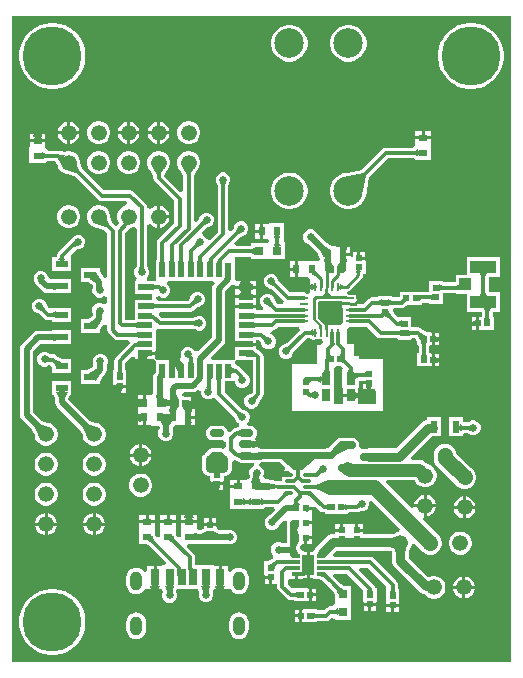
<source format=gtl>
G04*
G04 #@! TF.GenerationSoftware,Altium Limited,Altium Designer,23.10.1 (27)*
G04*
G04 Layer_Physical_Order=1*
G04 Layer_Color=255*
%FSLAX44Y44*%
%MOMM*%
G71*
G04*
G04 #@! TF.SameCoordinates,273EA9BE-9362-4083-9DEA-C9DCB70363E1*
G04*
G04*
G04 #@! TF.FilePolarity,Positive*
G04*
G01*
G75*
%ADD10C,0.3000*%
%ADD11C,0.2500*%
%ADD17R,0.8000X1.0000*%
%ADD18R,0.5200X0.5600*%
%ADD19R,0.5600X0.5200*%
%ADD20R,1.2000X0.5000*%
%ADD21R,0.5000X1.2000*%
%ADD22R,2.2000X1.0500*%
%ADD23R,1.0000X1.0000*%
%ADD24R,0.6000X1.0000*%
G04:AMPARAMS|DCode=25|XSize=1.9mm|YSize=1.5mm|CornerRadius=0.375mm|HoleSize=0mm|Usage=FLASHONLY|Rotation=0.000|XOffset=0mm|YOffset=0mm|HoleType=Round|Shape=RoundedRectangle|*
%AMROUNDEDRECTD25*
21,1,1.9000,0.7500,0,0,0.0*
21,1,1.1500,1.5000,0,0,0.0*
1,1,0.7500,0.5750,-0.3750*
1,1,0.7500,-0.5750,-0.3750*
1,1,0.7500,-0.5750,0.3750*
1,1,0.7500,0.5750,0.3750*
%
%ADD25ROUNDEDRECTD25*%
%ADD26R,0.8000X0.6000*%
%ADD27R,0.6000X0.8000*%
%ADD28R,0.8000X0.8000*%
%ADD29R,0.2500X0.8000*%
%ADD30R,0.8000X0.2500*%
G04:AMPARAMS|DCode=31|XSize=1.5mm|YSize=0.6mm|CornerRadius=0.15mm|HoleSize=0mm|Usage=FLASHONLY|Rotation=0.000|XOffset=0mm|YOffset=0mm|HoleType=Round|Shape=RoundedRectangle|*
%AMROUNDEDRECTD31*
21,1,1.5000,0.3000,0,0,0.0*
21,1,1.2000,0.6000,0,0,0.0*
1,1,0.3000,0.6000,-0.1500*
1,1,0.3000,-0.6000,-0.1500*
1,1,0.3000,-0.6000,0.1500*
1,1,0.3000,0.6000,0.1500*
%
%ADD31ROUNDEDRECTD31*%
%ADD32R,1.0000X0.6000*%
G04:AMPARAMS|DCode=33|XSize=0.67mm|YSize=0.3mm|CornerRadius=0.075mm|HoleSize=0mm|Usage=FLASHONLY|Rotation=0.000|XOffset=0mm|YOffset=0mm|HoleType=Round|Shape=RoundedRectangle|*
%AMROUNDEDRECTD33*
21,1,0.6700,0.1500,0,0,0.0*
21,1,0.5200,0.3000,0,0,0.0*
1,1,0.1500,0.2600,-0.0750*
1,1,0.1500,-0.2600,-0.0750*
1,1,0.1500,-0.2600,0.0750*
1,1,0.1500,0.2600,0.0750*
%
%ADD33ROUNDEDRECTD33*%
%ADD34R,0.7600X1.4000*%
%ADD35R,0.8000X1.4000*%
%ADD36R,0.7000X1.4000*%
%ADD37R,0.7000X0.3000*%
%ADD38R,1.0000X1.7000*%
%ADD39R,0.8000X0.8000*%
G04:AMPARAMS|DCode=40|XSize=1.15mm|YSize=0.6mm|CornerRadius=0.15mm|HoleSize=0mm|Usage=FLASHONLY|Rotation=180.000|XOffset=0mm|YOffset=0mm|HoleType=Round|Shape=RoundedRectangle|*
%AMROUNDEDRECTD40*
21,1,1.1500,0.3000,0,0,180.0*
21,1,0.8500,0.6000,0,0,180.0*
1,1,0.3000,-0.4250,0.1500*
1,1,0.3000,0.4250,0.1500*
1,1,0.3000,0.4250,-0.1500*
1,1,0.3000,-0.4250,-0.1500*
%
%ADD40ROUNDEDRECTD40*%
%ADD41R,0.7874X9.3218*%
%ADD42R,8.2042X0.7874*%
%ADD43R,0.7874X6.7310*%
%ADD44R,0.7874X5.6134*%
%ADD74C,1.3000*%
%ADD75C,0.5000*%
%ADD76C,1.1000*%
%ADD77C,0.8000*%
%ADD78C,0.6000*%
%ADD79C,0.3500*%
%ADD80C,2.5000*%
%ADD81C,1.3400*%
%ADD82C,5.0000*%
%ADD83O,1.0300X1.6300*%
%ADD84C,0.6500*%
%ADD85C,0.7000*%
G36*
X426197Y4333D02*
X4333Y4333D01*
X4333Y551165D01*
X426197D01*
X426197Y4333D01*
D02*
G37*
%LPC*%
G36*
X290179Y543582D02*
X287125D01*
X284131Y542986D01*
X281310Y541818D01*
X278771Y540122D01*
X276612Y537963D01*
X274916Y535424D01*
X273748Y532603D01*
X273152Y529609D01*
Y526555D01*
X273748Y523561D01*
X274916Y520740D01*
X276612Y518201D01*
X278771Y516042D01*
X281310Y514346D01*
X284131Y513178D01*
X287125Y512582D01*
X290179D01*
X293173Y513178D01*
X295994Y514346D01*
X298533Y516042D01*
X300692Y518201D01*
X302388Y520740D01*
X303556Y523561D01*
X304152Y526555D01*
Y529609D01*
X303556Y532603D01*
X302388Y535424D01*
X300692Y537963D01*
X298533Y540122D01*
X295994Y541818D01*
X293173Y542986D01*
X290179Y543582D01*
D02*
G37*
G36*
X240179D02*
X237125D01*
X234131Y542986D01*
X231310Y541818D01*
X228771Y540122D01*
X226612Y537963D01*
X224916Y535424D01*
X223748Y532603D01*
X223152Y529609D01*
Y526555D01*
X223748Y523561D01*
X224916Y520740D01*
X226612Y518201D01*
X228771Y516042D01*
X231310Y514346D01*
X234131Y513178D01*
X237125Y512582D01*
X240179D01*
X243173Y513178D01*
X245994Y514346D01*
X248533Y516042D01*
X250692Y518201D01*
X252388Y520740D01*
X253556Y523561D01*
X254152Y526555D01*
Y529609D01*
X253556Y532603D01*
X252388Y535424D01*
X250692Y537963D01*
X248533Y540122D01*
X245994Y541818D01*
X243173Y542986D01*
X240179Y543582D01*
D02*
G37*
G36*
X394634Y545398D02*
X390226D01*
X385873Y544709D01*
X381682Y543347D01*
X377755Y541346D01*
X374189Y538755D01*
X371073Y535639D01*
X368482Y532073D01*
X366481Y528146D01*
X365120Y523955D01*
X364430Y519602D01*
Y515194D01*
X365120Y510841D01*
X366481Y506650D01*
X368482Y502723D01*
X371073Y499157D01*
X374189Y496041D01*
X377755Y493450D01*
X381682Y491449D01*
X385873Y490088D01*
X390226Y489398D01*
X394634D01*
X398987Y490088D01*
X403178Y491449D01*
X407105Y493450D01*
X410671Y496041D01*
X413787Y499157D01*
X416378Y502723D01*
X418379Y506650D01*
X419740Y510841D01*
X420430Y515194D01*
Y519602D01*
X419740Y523955D01*
X418379Y528146D01*
X416378Y532073D01*
X413787Y535639D01*
X410671Y538755D01*
X407105Y541346D01*
X403178Y543347D01*
X398987Y544709D01*
X394634Y545398D01*
D02*
G37*
G36*
X40304D02*
X35896D01*
X31543Y544709D01*
X27352Y543347D01*
X23425Y541346D01*
X19859Y538755D01*
X16743Y535639D01*
X14152Y532073D01*
X12151Y528146D01*
X10790Y523955D01*
X10100Y519602D01*
Y515194D01*
X10790Y510841D01*
X12151Y506650D01*
X14152Y502723D01*
X16743Y499157D01*
X19859Y496041D01*
X23425Y493450D01*
X27352Y491449D01*
X31543Y490088D01*
X35896Y489398D01*
X40304D01*
X44657Y490088D01*
X48848Y491449D01*
X52775Y493450D01*
X56341Y496041D01*
X59457Y499157D01*
X62048Y502723D01*
X64049Y506650D01*
X65410Y510841D01*
X66100Y515194D01*
Y519602D01*
X65410Y523955D01*
X64049Y528146D01*
X62048Y532073D01*
X59457Y535639D01*
X56341Y538755D01*
X52775Y541346D01*
X48848Y543347D01*
X44657Y544709D01*
X40304Y545398D01*
D02*
G37*
G36*
X129286Y461600D02*
Y453644D01*
X137242D01*
X136626Y455941D01*
X135410Y458047D01*
X133689Y459768D01*
X131582Y460984D01*
X129286Y461600D01*
D02*
G37*
G36*
X103886D02*
Y453644D01*
X111842D01*
X111226Y455941D01*
X110010Y458047D01*
X108289Y459768D01*
X106182Y460984D01*
X103886Y461600D01*
D02*
G37*
G36*
X53086D02*
Y453644D01*
X61042D01*
X60426Y455941D01*
X59210Y458047D01*
X57490Y459768D01*
X55382Y460984D01*
X53086Y461600D01*
D02*
G37*
G36*
X126746D02*
X124450Y460984D01*
X122343Y459768D01*
X120622Y458047D01*
X119406Y455941D01*
X118790Y453644D01*
X126746D01*
Y461600D01*
D02*
G37*
G36*
X101346D02*
X99050Y460984D01*
X96943Y459768D01*
X95222Y458047D01*
X94006Y455941D01*
X93390Y453644D01*
X101346D01*
Y461600D01*
D02*
G37*
G36*
X50546D02*
X48250Y460984D01*
X46143Y459768D01*
X44422Y458047D01*
X43206Y455941D01*
X42590Y453644D01*
X50546D01*
Y461600D01*
D02*
G37*
G36*
X358584Y453746D02*
X353314D01*
Y449476D01*
X358584D01*
Y453746D01*
D02*
G37*
G36*
X350774D02*
X345504D01*
Y449476D01*
X350774D01*
Y453746D01*
D02*
G37*
G36*
X32194Y451206D02*
X28933D01*
X29623Y448635D01*
X26924D01*
Y446936D01*
X32194D01*
Y451206D01*
D02*
G37*
G36*
X22505D02*
X19114D01*
Y446936D01*
X24384D01*
Y448635D01*
X21685D01*
X22505Y451206D01*
D02*
G37*
G36*
X137242Y451104D02*
X129286D01*
Y443148D01*
X131582Y443764D01*
X133689Y444980D01*
X135410Y446701D01*
X136626Y448807D01*
X137242Y451104D01*
D02*
G37*
G36*
X111842D02*
X103886D01*
Y443148D01*
X106182Y443764D01*
X108289Y444980D01*
X110010Y446701D01*
X111226Y448807D01*
X111842Y451104D01*
D02*
G37*
G36*
X61042D02*
X53086D01*
Y443148D01*
X55382Y443764D01*
X57490Y444980D01*
X59210Y446701D01*
X60426Y448807D01*
X61042Y451104D01*
D02*
G37*
G36*
X50546D02*
X42590D01*
X43206Y448807D01*
X44422Y446701D01*
X46143Y444980D01*
X48250Y443764D01*
X50546Y443148D01*
Y451104D01*
D02*
G37*
G36*
X126746D02*
X118790D01*
X119406Y448807D01*
X120622Y446701D01*
X122343Y444980D01*
X124450Y443764D01*
X126746Y443148D01*
Y451104D01*
D02*
G37*
G36*
X101346D02*
X93390D01*
X94006Y448807D01*
X95222Y446701D01*
X96943Y444980D01*
X99050Y443764D01*
X101346Y443148D01*
Y451104D01*
D02*
G37*
G36*
X154693Y462074D02*
X152139D01*
X149672Y461413D01*
X147460Y460136D01*
X145654Y458330D01*
X144377Y456118D01*
X143716Y453651D01*
Y451097D01*
X144377Y448630D01*
X145654Y446418D01*
X147460Y444612D01*
X149672Y443335D01*
X152139Y442674D01*
X154693D01*
X157160Y443335D01*
X159372Y444612D01*
X161178Y446418D01*
X162455Y448630D01*
X163116Y451097D01*
Y453651D01*
X162455Y456118D01*
X161178Y458330D01*
X159372Y460136D01*
X157160Y461413D01*
X154693Y462074D01*
D02*
G37*
G36*
X78493D02*
X75939D01*
X73472Y461413D01*
X71260Y460136D01*
X69454Y458330D01*
X68177Y456118D01*
X67516Y453651D01*
Y451097D01*
X68177Y448630D01*
X69454Y446418D01*
X71260Y444612D01*
X73472Y443335D01*
X75939Y442674D01*
X78493D01*
X80960Y443335D01*
X83172Y444612D01*
X84978Y446418D01*
X86255Y448630D01*
X86916Y451097D01*
Y453651D01*
X86255Y456118D01*
X84978Y458330D01*
X83172Y460136D01*
X80960Y461413D01*
X78493Y462074D01*
D02*
G37*
G36*
X358584Y446936D02*
X352044D01*
X345504D01*
Y443555D01*
X345044Y441206D01*
X342630Y439794D01*
X320776D01*
X319020Y439445D01*
X317532Y438450D01*
X300104Y421023D01*
X288183Y418582D01*
X287125D01*
X284131Y417986D01*
X281310Y416818D01*
X278771Y415122D01*
X276612Y412963D01*
X274916Y410424D01*
X273748Y407603D01*
X273152Y404609D01*
Y401555D01*
X273748Y398561D01*
X274916Y395740D01*
X276612Y393201D01*
X278771Y391042D01*
X281310Y389346D01*
X284131Y388178D01*
X287125Y387582D01*
X290179D01*
X293173Y388178D01*
X295994Y389346D01*
X298533Y391042D01*
X300692Y393201D01*
X302388Y395740D01*
X303556Y398561D01*
X304152Y401555D01*
Y402613D01*
X306593Y414534D01*
X322677Y430618D01*
X344426D01*
X345044Y430315D01*
Y429206D01*
X347799D01*
X347883Y429184D01*
X347979Y429197D01*
X348074Y429178D01*
X348217Y429206D01*
X359044D01*
Y440317D01*
X359044Y441206D01*
X358584Y443555D01*
Y443746D01*
Y446936D01*
D02*
G37*
G36*
X103893Y436674D02*
X101339D01*
X98872Y436013D01*
X96660Y434736D01*
X94854Y432930D01*
X93577Y430718D01*
X92916Y428251D01*
Y425697D01*
X93577Y423230D01*
X94854Y421018D01*
X96660Y419212D01*
X98872Y417935D01*
X101339Y417274D01*
X103893D01*
X106360Y417935D01*
X108572Y419212D01*
X110378Y421018D01*
X111655Y423230D01*
X112316Y425697D01*
Y428251D01*
X111655Y430718D01*
X110378Y432930D01*
X108572Y434736D01*
X106360Y436013D01*
X103893Y436674D01*
D02*
G37*
G36*
X78493D02*
X75939D01*
X73472Y436013D01*
X71260Y434736D01*
X69454Y432930D01*
X68177Y430718D01*
X67516Y428251D01*
Y425697D01*
X68177Y423230D01*
X69454Y421018D01*
X71260Y419212D01*
X73472Y417935D01*
X75939Y417274D01*
X78493D01*
X80960Y417935D01*
X83172Y419212D01*
X84978Y421018D01*
X86255Y423230D01*
X86916Y425697D01*
Y428251D01*
X86255Y430718D01*
X84978Y432930D01*
X83172Y434736D01*
X80960Y436013D01*
X78493Y436674D01*
D02*
G37*
G36*
X240179Y418582D02*
X237125D01*
X234131Y417986D01*
X231310Y416818D01*
X228771Y415122D01*
X226612Y412963D01*
X224916Y410424D01*
X223748Y407603D01*
X223152Y404609D01*
Y401555D01*
X223748Y398561D01*
X224916Y395740D01*
X226612Y393201D01*
X228771Y391042D01*
X231310Y389346D01*
X234131Y388178D01*
X237125Y387582D01*
X240179D01*
X243173Y388178D01*
X245994Y389346D01*
X248533Y391042D01*
X250692Y393201D01*
X252388Y395740D01*
X253556Y398561D01*
X254152Y401555D01*
Y404609D01*
X253556Y407603D01*
X252388Y410424D01*
X250692Y412963D01*
X248533Y415122D01*
X245994Y416818D01*
X243173Y417986D01*
X240179Y418582D01*
D02*
G37*
G36*
X129286Y390480D02*
Y382524D01*
X137242D01*
X136626Y384821D01*
X135410Y386927D01*
X133689Y388648D01*
X131582Y389864D01*
X129286Y390480D01*
D02*
G37*
G36*
X32194Y444396D02*
X25654D01*
X19114D01*
Y441015D01*
X18654Y438666D01*
X18654Y437776D01*
Y426666D01*
X29481D01*
X29623Y426638D01*
X29719Y426657D01*
X29815Y426644D01*
X29899Y426666D01*
X32654D01*
Y427775D01*
X33272Y428078D01*
X40668D01*
X42484Y424324D01*
X42777Y423230D01*
X44054Y421018D01*
X45860Y419212D01*
X48072Y417935D01*
X50539Y417274D01*
X51249D01*
X56553Y415749D01*
X76512Y395790D01*
X78000Y394795D01*
X79756Y394446D01*
X100836D01*
X101536Y393494D01*
X101485Y392845D01*
X100429Y390710D01*
X98872Y390293D01*
X96660Y389016D01*
X94854Y387210D01*
X93577Y384998D01*
X92916Y382531D01*
Y379977D01*
X93577Y377510D01*
X94757Y375466D01*
X92125Y372834D01*
X88441Y376517D01*
X86916Y381821D01*
Y382531D01*
X86255Y384998D01*
X84978Y387210D01*
X83172Y389016D01*
X80960Y390293D01*
X78493Y390954D01*
X75939D01*
X73472Y390293D01*
X71260Y389016D01*
X69454Y387210D01*
X68177Y384998D01*
X67516Y382531D01*
Y379977D01*
X68177Y377510D01*
X69454Y375298D01*
X71260Y373492D01*
X73472Y372215D01*
X75939Y371554D01*
X76649D01*
X81952Y370029D01*
X84566Y367416D01*
Y330508D01*
X82026Y329737D01*
X81910Y329910D01*
X80959Y330861D01*
X78166Y335301D01*
Y337724D01*
X62166D01*
Y325724D01*
X68589D01*
X72337Y323366D01*
Y321125D01*
X71982Y320267D01*
Y317781D01*
X72934Y315484D01*
X74692Y313725D01*
X76989Y312774D01*
X79475D01*
X81772Y313725D01*
X82026Y313979D01*
X84566Y312927D01*
Y307849D01*
X82026Y306797D01*
X81772Y307050D01*
X79475Y308002D01*
X76989D01*
X74692Y307050D01*
X72934Y305292D01*
X71982Y302995D01*
Y300509D01*
X72337Y299651D01*
Y296902D01*
X68589Y294544D01*
X62166D01*
Y282544D01*
X78166D01*
Y284967D01*
X80959Y289407D01*
X81910Y290358D01*
X82026Y290531D01*
X84566Y289760D01*
Y285496D01*
X84915Y283740D01*
X85910Y282252D01*
X89972Y278190D01*
X91460Y277195D01*
X93216Y276846D01*
X102427D01*
X103479Y274306D01*
X91752Y262578D01*
X90757Y261090D01*
X90408Y259334D01*
Y251670D01*
X90260Y251254D01*
X89396D01*
Y248366D01*
X89368Y248223D01*
X89383Y248147D01*
X89372Y248070D01*
X89396Y247973D01*
Y239654D01*
X89856D01*
Y238924D01*
X91469D01*
X92427Y240424D01*
X93818Y238924D01*
X100136D01*
Y239654D01*
X100596D01*
Y247973D01*
X100620Y248070D01*
X100609Y248147D01*
X100624Y248223D01*
X100596Y248366D01*
Y251254D01*
X99733D01*
X99584Y251670D01*
Y257433D01*
X105789Y263639D01*
X108136Y262667D01*
Y260394D01*
X111025D01*
X110707Y262964D01*
X115406Y262982D01*
Y265434D01*
X116676D01*
Y266704D01*
X125216D01*
Y267934D01*
X125676D01*
Y275934D01*
Y284860D01*
X126048Y285322D01*
X128216Y286658D01*
X129032Y286496D01*
X157107D01*
X158478Y286073D01*
X158766Y285786D01*
X161063Y284834D01*
X163549D01*
X165846Y285786D01*
X167605Y287544D01*
X168556Y289841D01*
Y292327D01*
X167605Y294624D01*
X165846Y296383D01*
X163549Y297334D01*
X161063D01*
X158766Y296383D01*
X158478Y296095D01*
X157107Y295672D01*
X130933D01*
X128299Y298306D01*
X129351Y300846D01*
X155066D01*
X156822Y301195D01*
X158310Y302190D01*
X160604Y304483D01*
X161873Y305154D01*
X162279D01*
X164576Y306105D01*
X166334Y307864D01*
X167286Y310161D01*
Y312647D01*
X166334Y314944D01*
X164576Y316702D01*
X162279Y317654D01*
X159793D01*
X157496Y316702D01*
X155737Y314944D01*
X154786Y312647D01*
Y312241D01*
X154115Y310972D01*
X153166Y310022D01*
X127840D01*
X125734Y312437D01*
X125754Y312955D01*
X128097Y313914D01*
X128286Y313725D01*
X130583Y312774D01*
X133069D01*
X135366Y313725D01*
X137125Y315484D01*
X138076Y317781D01*
Y320267D01*
X137125Y322564D01*
X135366Y324323D01*
X135194Y324394D01*
X135699Y326934D01*
X174461D01*
X175433Y324587D01*
X174851Y324005D01*
X173635Y322186D01*
X173208Y320040D01*
Y278951D01*
X161472Y267215D01*
X158476Y267811D01*
X158207Y268462D01*
X156448Y270221D01*
X154151Y271172D01*
X151665D01*
X149368Y270221D01*
X147610Y268462D01*
X146658Y266165D01*
Y263679D01*
X147348Y262014D01*
X146486Y260109D01*
X145975Y259531D01*
X149646Y256903D01*
X144737Y249832D01*
X141171Y256903D01*
X143741Y259474D01*
X140446D01*
Y250934D01*
X137906D01*
Y259474D01*
X136676D01*
Y259934D01*
X127894Y259934D01*
X127700Y259934D01*
X127534Y259940D01*
X125601Y260319D01*
X125222Y262252D01*
X125216Y262418D01*
X125216Y262612D01*
Y264164D01*
X117946D01*
Y262992D01*
X118825Y262995D01*
X117946Y261226D01*
Y260394D01*
X122998D01*
X123192Y260394D01*
X123358Y260388D01*
X125291Y260009D01*
X125670Y258076D01*
X125676Y257910D01*
X125676Y257716D01*
Y251476D01*
X125568Y250934D01*
Y249757D01*
X124913Y249102D01*
X123697Y247282D01*
X123271Y245136D01*
Y232346D01*
X123240Y232027D01*
X121649Y230513D01*
X120529Y230294D01*
X117148D01*
Y223754D01*
X115878D01*
Y222484D01*
X112909D01*
Y219785D01*
X110338Y220480D01*
Y217214D01*
X110406D01*
Y214542D01*
X112977Y215298D01*
Y212598D01*
X115946D01*
Y211328D01*
X117216D01*
Y204788D01*
X120597D01*
X122946Y204328D01*
X123835Y204328D01*
X128233D01*
X128885Y203211D01*
Y201224D01*
X128813Y201152D01*
X127862Y198855D01*
Y196369D01*
X128813Y194072D01*
X130572Y192313D01*
X132869Y191362D01*
X135355D01*
X137652Y192313D01*
X139410Y194072D01*
X140362Y196369D01*
Y198855D01*
X140101Y199486D01*
Y202374D01*
X142073Y204582D01*
X145150D01*
X146040Y204582D01*
Y204582D01*
X147500Y205042D01*
X147500Y205042D01*
X150312D01*
X150070Y207612D01*
X151770D01*
Y211582D01*
X153040D01*
Y212852D01*
X158580D01*
Y218122D01*
X158213D01*
X155780Y218380D01*
Y222250D01*
X150440D01*
Y224790D01*
X155780D01*
Y228660D01*
X150789D01*
X148440Y229120D01*
X148041Y230104D01*
X149734Y232644D01*
X157044D01*
X159190Y233071D01*
X161009Y234287D01*
X161568Y234846D01*
X163930Y233615D01*
Y231929D01*
X164881Y229632D01*
X166640Y227873D01*
X168937Y226922D01*
X171423D01*
X173720Y227873D01*
X174004Y228157D01*
X176115Y227949D01*
X192015Y212050D01*
X192685Y210781D01*
Y210374D01*
X193637Y208077D01*
X195395Y206319D01*
X195828Y206140D01*
X196048Y205102D01*
X195895Y203363D01*
X195554Y203135D01*
X193148Y202329D01*
X193133Y202320D01*
X192363Y202167D01*
X190874Y201173D01*
X188736Y199034D01*
X187554Y199217D01*
X186086Y199977D01*
X185846Y201184D01*
X184852Y202673D01*
X183363Y203667D01*
X181607Y204017D01*
X173107D01*
X171352Y203667D01*
X169863Y202673D01*
X168868Y201184D01*
X168519Y199428D01*
Y196428D01*
X168868Y194673D01*
X169863Y193184D01*
X171352Y192190D01*
X173107Y191840D01*
X181607D01*
X182582Y192034D01*
X184639Y190827D01*
X185123Y190310D01*
Y186547D01*
X184639Y186030D01*
X182582Y184823D01*
X181607Y185016D01*
X173107D01*
X171352Y184667D01*
X169863Y183673D01*
X168868Y182184D01*
X168805Y181864D01*
X168392Y181693D01*
X166982Y180611D01*
X166262Y179673D01*
X166152Y179562D01*
X166121Y179489D01*
X165900Y179201D01*
X165220Y177559D01*
X164988Y175797D01*
Y168297D01*
X165220Y166535D01*
X165900Y164893D01*
X166982Y163483D01*
X168392Y162401D01*
X170034Y161721D01*
X170389Y161674D01*
X170461Y161644D01*
X170616D01*
X171796Y161489D01*
X171946D01*
Y157104D01*
X172406D01*
Y156374D01*
X174019D01*
X174977Y157873D01*
X176368Y156374D01*
X182686D01*
Y157104D01*
X183146D01*
Y161489D01*
X183296D01*
X185058Y161721D01*
X186700Y162401D01*
X188110Y163483D01*
X189192Y164893D01*
X189872Y166535D01*
X190104Y168297D01*
Y173633D01*
X192644Y174991D01*
X192658Y174981D01*
X193487Y174816D01*
X193538Y174790D01*
X194688Y174445D01*
X194863Y174184D01*
X196352Y173190D01*
X198107Y172840D01*
X202210D01*
X202357Y172811D01*
X208560D01*
X209065Y170271D01*
X207534Y169636D01*
X205776Y167878D01*
X204824Y165581D01*
Y163095D01*
X205212Y162157D01*
Y161144D01*
X204406Y158804D01*
X203566Y158804D01*
X201217Y158344D01*
X196596D01*
Y152804D01*
X195326D01*
Y151534D01*
X188786D01*
Y148153D01*
X188326Y145804D01*
X188326Y144915D01*
Y133804D01*
X199153D01*
X199296Y133776D01*
X199391Y133795D01*
X199487Y133782D01*
X199571Y133804D01*
X202326D01*
Y133804D01*
X203566D01*
X203566Y133804D01*
X206321D01*
X206405Y133782D01*
X206501Y133795D01*
X206597Y133776D01*
X206739Y133804D01*
X214405D01*
X214551Y133776D01*
X214593Y133784D01*
X214634Y133777D01*
X214749Y133804D01*
X217566D01*
Y134848D01*
X218130Y135104D01*
X225435D01*
X226487Y132564D01*
X222292Y128369D01*
X220742Y127726D01*
X218983Y125968D01*
X218032Y123671D01*
Y121185D01*
X218983Y118888D01*
X220742Y117129D01*
X223039Y116178D01*
X225525D01*
X227822Y117129D01*
X229580Y118888D01*
X230223Y120438D01*
X234468Y124683D01*
X236808Y123432D01*
X236558Y122174D01*
Y104922D01*
X232410D01*
X230859Y105564D01*
X228373D01*
X226076Y104613D01*
X224317Y102854D01*
X223366Y100557D01*
Y98071D01*
X224317Y95774D01*
X225055Y95036D01*
X224942Y92004D01*
X224891Y91913D01*
X224052Y91074D01*
X220985Y89518D01*
X217585D01*
Y77918D01*
X218045D01*
Y77188D01*
X223185D01*
Y75918D01*
X224455D01*
Y70578D01*
X228325D01*
X228330Y68072D01*
X228679Y66316D01*
X229674Y64828D01*
X236532Y57970D01*
X238020Y56975D01*
X239776Y56626D01*
X242360D01*
X242776Y56477D01*
Y55614D01*
X245664D01*
X245807Y55586D01*
X245883Y55601D01*
X245960Y55590D01*
X246057Y55614D01*
X254376D01*
Y56074D01*
X255106D01*
Y61214D01*
Y66354D01*
X254376D01*
Y66814D01*
X246057D01*
X245960Y66838D01*
X245883Y66827D01*
X245807Y66842D01*
X245664Y66814D01*
X242776D01*
Y66814D01*
X240361Y67117D01*
X237506Y69973D01*
Y72457D01*
X238395Y74628D01*
X243165D01*
Y78668D01*
X245705D01*
Y74628D01*
X250475D01*
Y75128D01*
X253665D01*
Y86168D01*
Y97208D01*
X250935D01*
Y98168D01*
X249060D01*
X247774Y100758D01*
Y101285D01*
X249060Y103874D01*
X250566D01*
Y104334D01*
X251296D01*
Y109474D01*
X252566D01*
Y110744D01*
X257906D01*
Y114614D01*
X257906D01*
Y117034D01*
X257906D01*
Y120904D01*
X252566D01*
Y123444D01*
X257906D01*
Y127314D01*
X257906D01*
Y129226D01*
X257906D01*
Y133096D01*
X252566D01*
Y135636D01*
X258339D01*
X260253Y136429D01*
X264472Y132210D01*
X265960Y131215D01*
X267716Y130866D01*
X268609D01*
X269192Y130595D01*
Y129528D01*
X271987D01*
X272092Y129502D01*
X272157Y129513D01*
X272222Y129500D01*
X272365Y129528D01*
X285419D01*
X285562Y129500D01*
X285649Y129517D01*
X285738Y129505D01*
X285827Y129528D01*
X288592D01*
Y130626D01*
X289201Y130921D01*
X296360D01*
X298116Y131270D01*
X299097Y131926D01*
X301217D01*
X303514Y132878D01*
X305273Y134636D01*
X306224Y136933D01*
Y139419D01*
X306043Y139856D01*
X308196Y141295D01*
X332349Y117142D01*
X331614Y115035D01*
X331332Y114567D01*
X328996Y113941D01*
X327309Y112967D01*
X323708Y112574D01*
X301256D01*
Y113914D01*
X300796D01*
Y114644D01*
X295656D01*
Y115914D01*
X294386D01*
Y121254D01*
X290516D01*
Y121254D01*
X288096D01*
Y121254D01*
X284226D01*
Y115914D01*
X282956D01*
Y114644D01*
X277816D01*
Y113914D01*
X277356D01*
Y112574D01*
X275819D01*
X273992Y112334D01*
X272289Y111629D01*
X270827Y110506D01*
X261643Y101323D01*
X260521Y99861D01*
X259820Y98168D01*
X258935D01*
Y97208D01*
X256205D01*
Y86168D01*
Y75128D01*
X258935D01*
Y74168D01*
X263883D01*
X267010Y72605D01*
X271215Y68400D01*
X271296Y68279D01*
X275582Y63993D01*
X277145Y60867D01*
X277145Y54918D01*
Y53787D01*
X274734Y51507D01*
X273486D01*
X271731Y51157D01*
X270242Y50163D01*
X268102Y48022D01*
X262592D01*
X262176Y48170D01*
Y49034D01*
X259288D01*
X259146Y49062D01*
X259069Y49047D01*
X258992Y49058D01*
X258895Y49034D01*
X250576D01*
Y48574D01*
X249846D01*
Y43434D01*
Y38294D01*
X250576D01*
Y37834D01*
X258895D01*
X258992Y37810D01*
X259069Y37821D01*
X259146Y37806D01*
X259288Y37834D01*
X262176D01*
Y38698D01*
X262592Y38846D01*
X270002D01*
X271758Y39195D01*
X273246Y40190D01*
X274605Y41549D01*
X277145Y40497D01*
Y39918D01*
X291145D01*
Y52378D01*
X291145Y53918D01*
X291145Y56458D01*
Y68918D01*
X285197D01*
X282071Y70482D01*
X277865Y74687D01*
X277785Y74808D01*
X275859Y76734D01*
X276831Y79080D01*
X287557D01*
X301405Y65232D01*
Y63770D01*
X301377Y63628D01*
X301405Y63486D01*
Y63444D01*
X301393Y63314D01*
X301405Y63275D01*
Y55058D01*
X301865D01*
Y54328D01*
X307005D01*
X312145D01*
Y55058D01*
X312605D01*
Y66658D01*
X311483D01*
X311131Y67434D01*
X310993Y68127D01*
X309999Y69616D01*
X297881Y81734D01*
X298853Y84080D01*
X304909D01*
X320615Y68374D01*
X320536Y65834D01*
X320536D01*
Y62946D01*
X320508Y62804D01*
X320523Y62727D01*
X320512Y62650D01*
X320536Y62553D01*
Y54234D01*
X320996D01*
Y53504D01*
X326136D01*
X331276D01*
Y54234D01*
X331736D01*
Y62553D01*
X331760Y62650D01*
X331749Y62727D01*
X331764Y62804D01*
X331736Y62946D01*
Y65834D01*
X330872D01*
X330724Y66250D01*
Y69342D01*
X330375Y71098D01*
X329380Y72586D01*
X310054Y91913D01*
X308565Y92907D01*
X306810Y93257D01*
X276865D01*
X275893Y95603D01*
X278744Y98454D01*
X281956D01*
X282456Y98519D01*
X282956Y98454D01*
X322670D01*
X325278Y97975D01*
X325680Y95290D01*
Y89662D01*
X325920Y87835D01*
X326626Y86132D01*
X327748Y84670D01*
X349066Y63351D01*
X350529Y62229D01*
X352231Y61523D01*
X353419Y61367D01*
X353426Y61354D01*
X355232Y59548D01*
X357444Y58271D01*
X359911Y57610D01*
X362465D01*
X364932Y58271D01*
X367144Y59548D01*
X368950Y61354D01*
X370227Y63566D01*
X370888Y66033D01*
Y68587D01*
X370227Y71054D01*
X368950Y73266D01*
X367144Y75072D01*
X364932Y76349D01*
X362465Y77010D01*
X359911D01*
X357444Y76349D01*
X356553Y75834D01*
X339800Y92586D01*
Y95290D01*
X340320Y98764D01*
X340502Y98946D01*
X341779Y101158D01*
X342405Y103494D01*
X342873Y103776D01*
X344980Y104511D01*
X350150Y99341D01*
X350378Y98946D01*
X352184Y97140D01*
X354396Y95863D01*
X356863Y95202D01*
X359417D01*
X361884Y95863D01*
X364096Y97140D01*
X365902Y98946D01*
X367179Y101158D01*
X367840Y103625D01*
Y106179D01*
X367179Y108646D01*
X365902Y110858D01*
X364096Y112664D01*
X363701Y112892D01*
X351520Y125073D01*
X352417Y127006D01*
X352552Y127160D01*
Y135382D01*
X344330D01*
X344175Y135247D01*
X342243Y134349D01*
X320889Y155704D01*
X321861Y158051D01*
X344932D01*
X346060Y156096D01*
X347866Y154290D01*
X350078Y153013D01*
X352545Y152352D01*
X355099D01*
X357566Y153013D01*
X359778Y154290D01*
X361584Y156096D01*
X362861Y158308D01*
X363522Y160775D01*
Y163329D01*
X362861Y165796D01*
X361584Y168008D01*
X359778Y169814D01*
X357566Y171091D01*
X355779Y171570D01*
X354663Y172686D01*
X352887Y174049D01*
X350820Y174905D01*
X348601Y175197D01*
X342465D01*
X341493Y177544D01*
X359151Y195202D01*
X360086D01*
X360545Y195262D01*
X367086D01*
Y201803D01*
X367146Y202262D01*
X367086Y202721D01*
Y211262D01*
X355086D01*
Y209172D01*
X354399Y209082D01*
X352696Y208376D01*
X351233Y207254D01*
X329094Y185114D01*
X306070D01*
X304243Y184874D01*
X302540Y184168D01*
X302505Y184142D01*
X300070D01*
X299976Y184123D01*
X297831Y186047D01*
X297778Y186257D01*
Y189094D01*
X297429Y190850D01*
X296434Y192338D01*
X294946Y193333D01*
X293190Y193682D01*
X287338D01*
X287190Y193712D01*
X282690D01*
X282542Y193682D01*
X281190D01*
X279434Y193333D01*
X277946Y192338D01*
X277501Y191672D01*
X277486Y191660D01*
X273711Y187266D01*
X271632Y185187D01*
X270002D01*
X268671Y184923D01*
X214487D01*
X213868Y185046D01*
X212942D01*
X211838Y185984D01*
X207181Y185544D01*
Y187158D01*
X202357D01*
Y189698D01*
X207181D01*
Y191313D01*
X210480Y191166D01*
X210413Y191505D01*
X209852Y193184D01*
X210846Y194673D01*
X211196Y196428D01*
Y199428D01*
X210846Y201184D01*
X209852Y202673D01*
X208363Y203667D01*
X206607Y204017D01*
X203492D01*
X202860Y205449D01*
X202713Y206557D01*
X204234Y208077D01*
X205185Y210374D01*
Y212861D01*
X204234Y215158D01*
X202476Y216916D01*
X200178Y217868D01*
X199772D01*
X198503Y218538D01*
X183947Y233094D01*
Y241682D01*
X184013Y241934D01*
X192632D01*
Y241327D01*
X193584Y239030D01*
X195342Y237271D01*
X197639Y236320D01*
X200125D01*
X202422Y237271D01*
X204181Y239030D01*
X205132Y241327D01*
Y243813D01*
X204181Y246110D01*
X202610Y247681D01*
X202451Y248477D01*
X201457Y249966D01*
X197244Y254178D01*
X195756Y255173D01*
X194000Y255522D01*
X192913Y257394D01*
X193752Y259934D01*
X195216Y259934D01*
X202233D01*
X202676Y259846D01*
X208010D01*
Y232787D01*
X207188Y231965D01*
X205919Y231294D01*
X205513D01*
X203216Y230343D01*
X201458Y228584D01*
X200506Y226287D01*
Y223801D01*
X201458Y221504D01*
X203216Y219746D01*
X205513Y218794D01*
X207999D01*
X210296Y219746D01*
X212055Y221504D01*
X213006Y223801D01*
Y224207D01*
X213677Y225476D01*
X215842Y227642D01*
X216837Y229130D01*
X217186Y230886D01*
Y262636D01*
X216837Y264392D01*
X215842Y265880D01*
X214044Y267678D01*
X212556Y268673D01*
X211645Y268854D01*
X210676Y269339D01*
Y270934D01*
X210216D01*
Y272164D01*
X201676D01*
X193136D01*
Y270934D01*
X192676D01*
Y262474D01*
X192676Y259934D01*
X190136Y259934D01*
X173371D01*
X172399Y262281D01*
X182781Y272663D01*
X183997Y274482D01*
X184424Y276628D01*
Y317717D01*
X190596Y323890D01*
X192745Y323237D01*
X193136Y322945D01*
Y322704D01*
X200406D01*
Y323873D01*
X196676D01*
X197969Y326474D01*
X195026D01*
X194473Y326582D01*
X192866Y328312D01*
X192784Y328868D01*
Y335934D01*
X192676Y336476D01*
Y344934D01*
X192676D01*
X192720Y347456D01*
X205854D01*
X206480Y347146D01*
Y345044D01*
X218940D01*
X220480Y345044D01*
X223020Y345044D01*
X235480D01*
Y359044D01*
X235480D01*
X234169Y361250D01*
X234242Y361808D01*
X234242D01*
Y364629D01*
X234269Y364746D01*
X234262Y364784D01*
X234270Y364823D01*
X234242Y364968D01*
Y375808D01*
X223132D01*
X222242Y375808D01*
X219893Y375348D01*
X216512D01*
Y368808D01*
Y362268D01*
X219893D01*
X220501Y362149D01*
X221300Y360596D01*
X220354Y359044D01*
X218940Y359044D01*
X206480D01*
Y356942D01*
X205854Y356632D01*
X193211D01*
X192239Y358979D01*
X197434Y364173D01*
X198703Y364844D01*
X199109D01*
X201406Y365796D01*
X203165Y367554D01*
X204116Y369851D01*
Y372337D01*
X203165Y374634D01*
X201406Y376393D01*
X199109Y377344D01*
X196623D01*
X194326Y376393D01*
X192568Y374634D01*
X191616Y372337D01*
Y371931D01*
X190945Y370662D01*
X189561Y369277D01*
X187214Y370249D01*
Y407297D01*
X187637Y408668D01*
X187924Y408956D01*
X188876Y411253D01*
Y413739D01*
X187924Y416036D01*
X186166Y417794D01*
X183869Y418746D01*
X181383D01*
X179086Y417794D01*
X177327Y416036D01*
X176376Y413739D01*
Y411253D01*
X177327Y408956D01*
X177615Y408668D01*
X178038Y407297D01*
Y368153D01*
X171665Y361779D01*
X168772Y362479D01*
X168367Y363458D01*
X166608Y365216D01*
X165820Y365543D01*
X165199Y368515D01*
X168224Y371539D01*
X169493Y372210D01*
X169899D01*
X172196Y373162D01*
X173955Y374920D01*
X174906Y377217D01*
Y379703D01*
X173955Y382000D01*
X172196Y383759D01*
X169899Y384710D01*
X167413D01*
X165116Y383759D01*
X163358Y382000D01*
X162406Y379703D01*
Y379297D01*
X161735Y378028D01*
X160351Y376643D01*
X158004Y377616D01*
Y415687D01*
X160676Y420516D01*
X161178Y421018D01*
X162455Y423230D01*
X163116Y425697D01*
Y428251D01*
X162455Y430718D01*
X161178Y432930D01*
X159372Y434736D01*
X157160Y436013D01*
X154693Y436674D01*
X152139D01*
X149672Y436013D01*
X147460Y434736D01*
X145654Y432930D01*
X144377Y430718D01*
X143716Y428251D01*
Y425697D01*
X144377Y423230D01*
X145654Y421018D01*
X146156Y420516D01*
X148828Y415687D01*
Y403270D01*
X146481Y402297D01*
X132778Y416001D01*
X135276Y420516D01*
X135778Y421018D01*
X137055Y423230D01*
X137716Y425697D01*
Y428251D01*
X137055Y430718D01*
X135778Y432930D01*
X133972Y434736D01*
X131760Y436013D01*
X129293Y436674D01*
X126739D01*
X124272Y436013D01*
X122060Y434736D01*
X120254Y432930D01*
X118977Y430718D01*
X118316Y428251D01*
Y425697D01*
X118977Y423230D01*
X120254Y421018D01*
X120756Y420516D01*
X123428Y415687D01*
Y414274D01*
X123777Y412518D01*
X124772Y411030D01*
X141208Y394594D01*
Y375535D01*
X127932Y362258D01*
X126937Y360770D01*
X126588Y359014D01*
Y345295D01*
X126471Y344934D01*
X125676D01*
Y342046D01*
X125648Y341903D01*
X125672Y341782D01*
X125658Y341659D01*
X125676Y341594D01*
Y329474D01*
X125676Y326934D01*
X122788Y326934D01*
X122646Y326962D01*
X122503Y326934D01*
X122476D01*
X122341Y326947D01*
X122298Y326934D01*
X118619D01*
X118512Y327104D01*
X117841Y329474D01*
X119090Y330724D01*
X120042Y333021D01*
Y335507D01*
X119090Y337804D01*
X119006Y337889D01*
X118634Y339252D01*
Y374148D01*
X118876Y374322D01*
X121174Y375028D01*
X122343Y373860D01*
X124450Y372644D01*
X126746Y372028D01*
Y381254D01*
Y390480D01*
X124450Y389864D01*
X122343Y388648D01*
X121174Y387480D01*
X118876Y388186D01*
X118634Y388360D01*
Y389128D01*
X118285Y390884D01*
X117290Y392372D01*
X107384Y402278D01*
X105896Y403273D01*
X104140Y403622D01*
X81657D01*
X63041Y422238D01*
X61516Y427541D01*
Y428251D01*
X60855Y430718D01*
X59578Y432930D01*
X57772Y434736D01*
X55560Y436013D01*
X53093Y436674D01*
X50539D01*
X48972Y436254D01*
X45396Y436684D01*
X45066Y436905D01*
X43310Y437254D01*
X35069D01*
X32654Y438666D01*
X32194Y441015D01*
Y441206D01*
Y444396D01*
D02*
G37*
G36*
X137242Y379984D02*
X129286D01*
Y372028D01*
X131582Y372644D01*
X133689Y373860D01*
X135410Y375580D01*
X136626Y377687D01*
X137242Y379984D01*
D02*
G37*
G36*
X53093Y390954D02*
X50539D01*
X48072Y390293D01*
X45860Y389016D01*
X44054Y387210D01*
X42777Y384998D01*
X42116Y382531D01*
Y379977D01*
X42777Y377510D01*
X44054Y375298D01*
X45860Y373492D01*
X48072Y372215D01*
X50539Y371554D01*
X53093D01*
X55560Y372215D01*
X57772Y373492D01*
X59578Y375298D01*
X60855Y377510D01*
X61516Y379977D01*
Y382531D01*
X60855Y384998D01*
X59578Y387210D01*
X57772Y389016D01*
X55560Y390293D01*
X53093Y390954D01*
D02*
G37*
G36*
X213972Y375348D02*
X209702D01*
Y370078D01*
X213972D01*
Y375348D01*
D02*
G37*
G36*
Y367538D02*
X209702D01*
Y362268D01*
X213972D01*
Y367538D01*
D02*
G37*
G36*
X287196Y355536D02*
X287346Y352966D01*
X285646D01*
Y350266D01*
X289916D01*
Y355536D01*
X287196D01*
D02*
G37*
G36*
X302828Y351378D02*
X298958D01*
Y347308D01*
X302828D01*
Y351378D01*
D02*
G37*
G36*
X61153Y366111D02*
X58666D01*
X56369Y365160D01*
X54611Y363402D01*
X54291Y362628D01*
X53142Y361129D01*
X42922Y350908D01*
X41927Y349420D01*
X41640Y347975D01*
X41268Y347224D01*
X38166D01*
Y335224D01*
X54166D01*
Y347224D01*
X54166D01*
X53594Y348604D01*
X58326Y353335D01*
X59018Y353611D01*
X61153D01*
X63450Y354563D01*
X65208Y356321D01*
X66160Y358618D01*
Y361105D01*
X65208Y363402D01*
X63450Y365160D01*
X61153Y366111D01*
D02*
G37*
G36*
X258037Y370486D02*
X255551D01*
X253254Y369534D01*
X251495Y367776D01*
X250544Y365479D01*
Y362993D01*
X251495Y360696D01*
X253254Y358937D01*
X255388Y358053D01*
X262426Y351015D01*
X265038Y345792D01*
X263422Y343926D01*
X263133Y343804D01*
X252596D01*
X251706Y343804D01*
X249357Y343344D01*
X245976D01*
Y336804D01*
Y330264D01*
X249357D01*
X251706Y329804D01*
X252596Y329804D01*
X254444D01*
X256466Y328554D01*
Y323729D01*
X259037Y325014D01*
Y323284D01*
X260256D01*
Y320744D01*
X259037D01*
Y319014D01*
X256466Y320299D01*
Y317717D01*
X256364Y316524D01*
X254478Y315913D01*
X253926Y315808D01*
X252512Y316753D01*
X250756Y317102D01*
X239550D01*
X230211Y326442D01*
X229516Y327686D01*
Y327887D01*
X228564Y330184D01*
X226806Y331942D01*
X224509Y332894D01*
X222023D01*
X219726Y331942D01*
X217967Y330184D01*
X217016Y327887D01*
Y325401D01*
X217967Y323104D01*
X219726Y321345D01*
X222023Y320394D01*
X222651D01*
X223915Y319760D01*
X234033Y309642D01*
X233726Y308160D01*
X233078Y307102D01*
X229230D01*
X227139Y309194D01*
X226468Y310463D01*
Y310869D01*
X225516Y313166D01*
X223758Y314925D01*
X221461Y315876D01*
X218975D01*
X216678Y314925D01*
X214919Y313166D01*
X213968Y310869D01*
Y308383D01*
X214919Y306086D01*
X216363Y304642D01*
X216103Y303158D01*
X215584Y302102D01*
X210990D01*
X210676Y302195D01*
Y302934D01*
X210216D01*
Y304164D01*
X201676D01*
X193136D01*
Y302934D01*
X192676D01*
Y291934D01*
Y283934D01*
Y275934D01*
X193136D01*
Y274704D01*
X201676D01*
X210216D01*
Y275934D01*
X210676D01*
Y276729D01*
X211037Y276846D01*
X213235D01*
X214059Y276022D01*
X214730Y274753D01*
Y274347D01*
X215681Y272050D01*
X217440Y270292D01*
X219737Y269340D01*
X222223D01*
X224520Y270292D01*
X226278Y272050D01*
X227230Y274347D01*
Y276833D01*
X226278Y279130D01*
X224520Y280889D01*
X222809Y281597D01*
X222444Y282613D01*
X223931Y284846D01*
X224156D01*
X225912Y285195D01*
X227400Y286190D01*
X229137Y287926D01*
X246603D01*
X247655Y285386D01*
X236398Y274129D01*
X235129Y273458D01*
X234723D01*
X232426Y272507D01*
X230667Y270748D01*
X229716Y268451D01*
Y265965D01*
X230667Y263668D01*
X232426Y261910D01*
X234723Y260958D01*
X237209D01*
X239506Y261910D01*
X241264Y263668D01*
X242216Y265965D01*
Y266371D01*
X242887Y267640D01*
X253672Y278426D01*
X255380D01*
X257710Y277273D01*
X257810Y277246D01*
X257896Y277188D01*
X258383Y277091D01*
X258862Y276962D01*
X258965Y276975D01*
X259067Y276955D01*
X259554Y277052D01*
X260046Y277116D01*
X260136Y277168D01*
X260238Y277188D01*
X260650Y277464D01*
X260737Y277514D01*
X266466D01*
Y276474D01*
X266470D01*
X266958Y275409D01*
X265303Y272923D01*
X262255D01*
Y269621D01*
Y256413D01*
X243205D01*
Y256350D01*
X240919D01*
Y220408D01*
Y216916D01*
X317881D01*
Y220408D01*
Y260985D01*
X297815D01*
Y263525D01*
X293243D01*
Y273685D01*
X287401D01*
Y285853D01*
X289756Y287926D01*
X304439D01*
X312743Y279622D01*
X314232Y278627D01*
X315988Y278278D01*
X330175D01*
X330696Y278057D01*
Y277066D01*
X333567D01*
X333703Y277038D01*
X333715Y277040D01*
X333727Y277038D01*
X333869Y277066D01*
X338723D01*
X338866Y277038D01*
X338877Y277040D01*
X338889Y277038D01*
X339025Y277066D01*
X341896D01*
Y278057D01*
X342417Y278278D01*
X345495D01*
X346916Y275476D01*
Y275449D01*
X346888Y275306D01*
X346890Y275295D01*
X346888Y275283D01*
X346916Y275147D01*
Y272276D01*
X347907D01*
X348128Y271755D01*
Y266217D01*
X347907Y265696D01*
X346916D01*
Y262825D01*
X346888Y262689D01*
X346890Y262677D01*
X346888Y262666D01*
X346916Y262523D01*
Y254496D01*
X358516D01*
Y254956D01*
X359246D01*
Y260096D01*
Y265236D01*
X358516D01*
Y265696D01*
X357524D01*
X357304Y266217D01*
Y271755D01*
X357524Y272276D01*
X358516D01*
Y272736D01*
X359246D01*
Y277876D01*
Y283016D01*
X358516D01*
Y283476D01*
X354916D01*
X351849Y285032D01*
X350770Y286110D01*
X349282Y287105D01*
X347526Y287454D01*
X342417D01*
X341896Y287675D01*
Y296466D01*
X333869D01*
X333727Y296494D01*
X333715Y296492D01*
X333703Y296494D01*
X333567Y296466D01*
X330696D01*
X330696Y296466D01*
Y296466D01*
X328822Y297899D01*
X326949Y299771D01*
X326186Y301297D01*
X326183Y301329D01*
X327746Y303858D01*
X333821D01*
X335577Y304207D01*
X337065Y305202D01*
X337433Y305570D01*
X338763Y306691D01*
X351466D01*
Y307914D01*
X352099Y308230D01*
X357143D01*
X357366Y308175D01*
Y307546D01*
X360241D01*
X360379Y307518D01*
X360525Y307546D01*
X368566D01*
Y316338D01*
X369087Y316558D01*
X379594D01*
X379844Y316493D01*
Y315832D01*
X382732D01*
X382874Y315804D01*
X383017Y315832D01*
X388844D01*
Y300832D01*
X401338D01*
X401648Y300206D01*
Y296951D01*
X401427Y296430D01*
X400436D01*
Y295970D01*
X399706D01*
Y290830D01*
Y285690D01*
X400436D01*
Y285230D01*
X412036D01*
Y293257D01*
X412064Y293400D01*
X412062Y293411D01*
X412064Y293423D01*
X412036Y293559D01*
Y296430D01*
X411045D01*
X410824Y296951D01*
Y300206D01*
X411134Y300832D01*
X416844D01*
Y317332D01*
X407742D01*
X407432Y317958D01*
Y329706D01*
X407742Y330332D01*
X416844D01*
Y346832D01*
X388844D01*
Y331832D01*
X379844D01*
Y326051D01*
X379211Y325734D01*
X369087D01*
X368566Y325955D01*
Y326946D01*
X365695D01*
X365559Y326974D01*
X365547Y326972D01*
X365536Y326974D01*
X365393Y326946D01*
X357366D01*
Y317716D01*
X356740Y317407D01*
X351547D01*
X351466Y317421D01*
Y317891D01*
X348578D01*
X348436Y317919D01*
X348293Y317891D01*
X332066D01*
Y313388D01*
X331768Y313034D01*
X325907D01*
X325386Y313255D01*
Y314246D01*
X322515D01*
X322379Y314274D01*
X322367Y314272D01*
X322355Y314274D01*
X322213Y314246D01*
X317359D01*
X317216Y314274D01*
X317205Y314272D01*
X317193Y314274D01*
X317057Y314246D01*
X314186D01*
Y313255D01*
X313665Y313034D01*
X309087D01*
X307331Y312685D01*
X305843Y311690D01*
X301255Y307102D01*
X296296D01*
Y311304D01*
X295256D01*
Y315264D01*
X288086D01*
X287835Y317804D01*
X288874Y318011D01*
X290280Y318950D01*
X299954Y328624D01*
X300893Y330030D01*
X301223Y331688D01*
Y332295D01*
X301295Y332438D01*
X303288D01*
Y344038D01*
X302828D01*
Y344768D01*
X297688D01*
Y346038D01*
X296418D01*
Y351378D01*
X292548D01*
Y346594D01*
X292456Y346532D01*
X290217Y347726D01*
X284376D01*
Y348996D01*
X283106D01*
Y352966D01*
X281406D01*
X281740Y355536D01*
X279725D01*
X277376Y355996D01*
X276486Y355996D01*
X275235D01*
X270471Y358832D01*
X262493Y366810D01*
X262092Y367776D01*
X260334Y369534D01*
X258037Y370486D01*
D02*
G37*
G36*
X243436Y343344D02*
X239166D01*
Y338074D01*
X243436D01*
Y343344D01*
D02*
G37*
G36*
Y335534D02*
X239166D01*
Y330264D01*
X243436D01*
Y335534D01*
D02*
G37*
G36*
X210216Y326474D02*
X205383D01*
X206676Y323873D01*
X202946D01*
Y322704D01*
X210216D01*
Y326474D01*
D02*
G37*
G36*
X29691Y335180D02*
X27205D01*
X24908Y334229D01*
X23149Y332470D01*
X22198Y330173D01*
Y327687D01*
X23149Y325390D01*
X23602Y324937D01*
X24770Y323190D01*
X29701Y318259D01*
X31520Y317043D01*
X33666Y316616D01*
X36575D01*
X38166Y316467D01*
Y316224D01*
X40752D01*
X40911Y316209D01*
X41055Y316224D01*
X41196Y316196D01*
X41339Y316224D01*
X54166D01*
Y328224D01*
X41339D01*
X41196Y328252D01*
X41055Y328224D01*
X40911Y328239D01*
X40752Y328224D01*
X38166D01*
Y328224D01*
X36705Y328207D01*
X34698Y330081D01*
Y330173D01*
X33747Y332470D01*
X31988Y334229D01*
X29691Y335180D01*
D02*
G37*
G36*
X210216Y320164D02*
X204543D01*
X205124Y318995D01*
X206676D01*
X205900Y317434D01*
X206676Y315873D01*
X205124D01*
X204543Y314704D01*
X210216D01*
Y316394D01*
Y320164D01*
D02*
G37*
G36*
X198808D02*
X193136D01*
Y316394D01*
Y314704D01*
X198808D01*
X198228Y315873D01*
X196676D01*
X197452Y317434D01*
X196676Y318995D01*
X198228D01*
X198808Y320164D01*
D02*
G37*
G36*
X210216Y312164D02*
X201676D01*
X193136D01*
Y308394D01*
Y306704D01*
X201676D01*
X210216D01*
Y308394D01*
Y312164D01*
D02*
G37*
G36*
X397166Y295970D02*
X393096D01*
Y292397D01*
X395667Y293400D01*
Y292453D01*
X396569Y292499D01*
Y292100D01*
X397166D01*
Y295970D01*
D02*
G37*
G36*
X28421Y311812D02*
X25935D01*
X23638Y310861D01*
X21879Y309102D01*
X20928Y306805D01*
Y304319D01*
X21879Y302022D01*
X23638Y300264D01*
X25935Y299312D01*
X26341D01*
X27610Y298641D01*
X31205Y295047D01*
X32693Y294052D01*
X34449Y293703D01*
X37540D01*
X38166Y293393D01*
Y292044D01*
X54166D01*
Y304044D01*
X41352D01*
X41214Y304072D01*
X41197Y304069D01*
X41180Y304072D01*
X41042Y304044D01*
X38166D01*
Y304044D01*
X35626Y303603D01*
X34099Y305130D01*
X33428Y306399D01*
Y306805D01*
X32476Y309102D01*
X30718Y310861D01*
X28421Y311812D01*
D02*
G37*
G36*
X397166Y289560D02*
X396569D01*
Y288961D01*
X395667Y289007D01*
Y288260D01*
X393096Y289091D01*
Y285690D01*
X397166D01*
Y289560D01*
D02*
G37*
G36*
X41196Y285072D02*
X41055Y285044D01*
X40911Y285059D01*
X40752Y285044D01*
X38166D01*
Y284801D01*
X36575Y284652D01*
X25806D01*
X23660Y284225D01*
X21841Y283009D01*
X12291Y273459D01*
X11075Y271640D01*
X10648Y269494D01*
Y213614D01*
X11075Y211468D01*
X12291Y209649D01*
X21231Y200709D01*
X23066Y196409D01*
Y195827D01*
X23727Y193360D01*
X25004Y191148D01*
X26810Y189342D01*
X29022Y188065D01*
X31489Y187404D01*
X34043D01*
X36510Y188065D01*
X38722Y189342D01*
X40528Y191148D01*
X41805Y193360D01*
X42466Y195827D01*
Y198381D01*
X41805Y200848D01*
X40528Y203060D01*
X38722Y204866D01*
X36510Y206143D01*
X34043Y206804D01*
X33461D01*
X29161Y208639D01*
X21864Y215937D01*
Y267171D01*
X28129Y273436D01*
X36575D01*
X38166Y273287D01*
Y273044D01*
X40752D01*
X40911Y273029D01*
X41055Y273044D01*
X41196Y273016D01*
X41339Y273044D01*
X54166D01*
Y285044D01*
X41339D01*
X41196Y285072D01*
D02*
G37*
G36*
X365856Y283016D02*
X361786D01*
Y279146D01*
X362283D01*
Y279645D01*
X363285Y279593D01*
Y280445D01*
X365856Y279529D01*
Y283016D01*
D02*
G37*
G36*
X362283Y276606D02*
X361786D01*
Y272736D01*
X365856D01*
Y276223D01*
X363285Y275306D01*
Y276159D01*
X362283Y276107D01*
Y276606D01*
D02*
G37*
G36*
X365856Y265236D02*
X361786D01*
Y261366D01*
X362312D01*
Y261836D01*
X363285Y261786D01*
Y262666D01*
X365856Y261724D01*
Y265236D01*
D02*
G37*
G36*
X362312Y258826D02*
X361786D01*
Y254956D01*
X365856D01*
Y258418D01*
X363285Y257526D01*
Y258348D01*
X362312Y258298D01*
Y258826D01*
D02*
G37*
G36*
X32739Y266854D02*
X30253D01*
X27956Y265903D01*
X26198Y264144D01*
X25246Y261847D01*
Y259361D01*
X26198Y257064D01*
X27956Y255306D01*
X30253Y254354D01*
X32739D01*
X35036Y255306D01*
X37304Y254564D01*
X38166Y252864D01*
Y248864D01*
X54166D01*
Y260864D01*
X46166D01*
X43171Y262383D01*
X42809Y262709D01*
X41957Y263561D01*
X40469Y264556D01*
X38956Y264857D01*
X38908Y264869D01*
X38884Y264871D01*
X38713Y264905D01*
X38351D01*
X36559Y265020D01*
X35581Y265358D01*
X35036Y265903D01*
X32739Y266854D01*
D02*
G37*
G36*
X79983Y265076D02*
X77497D01*
X75200Y264125D01*
X73442Y262366D01*
X72490Y260069D01*
Y257583D01*
X72845Y256725D01*
Y254115D01*
X67683Y251364D01*
X62166D01*
Y239364D01*
X75138D01*
X75304Y239340D01*
X75396Y239364D01*
X78166D01*
Y241505D01*
X81002Y246269D01*
X82418Y247686D01*
X83634Y249505D01*
X84061Y251651D01*
Y255339D01*
X84990Y257583D01*
Y260069D01*
X84038Y262366D01*
X82280Y264125D01*
X79983Y265076D01*
D02*
G37*
G36*
X100136Y236384D02*
X96266D01*
Y236285D01*
X97565Y234884D01*
X96266Y233990D01*
Y232314D01*
X100136D01*
Y236384D01*
D02*
G37*
G36*
X89856Y233919D02*
Y232314D01*
X91461D01*
X89856Y233919D01*
D02*
G37*
G36*
X114608Y230294D02*
X110338D01*
Y226908D01*
X112909Y227724D01*
Y225024D01*
X114608D01*
Y230294D01*
D02*
G37*
G36*
X114676Y210058D02*
X112977D01*
Y207358D01*
X110406Y208114D01*
Y204788D01*
X114676D01*
Y210058D01*
D02*
G37*
G36*
X158580Y210312D02*
X154310D01*
Y207612D01*
X156010D01*
X155768Y205042D01*
X158580D01*
Y210312D01*
D02*
G37*
G36*
X386086Y211262D02*
X374086D01*
Y195262D01*
X386086D01*
Y197540D01*
X386712Y197850D01*
X389263D01*
X390634Y197427D01*
X390922Y197139D01*
X393219Y196188D01*
X395705D01*
X398002Y197139D01*
X399761Y198898D01*
X400712Y201195D01*
Y203681D01*
X399761Y205978D01*
X398002Y207736D01*
X395705Y208688D01*
X393219D01*
X390922Y207736D01*
X390634Y207449D01*
X389263Y207026D01*
X386712D01*
X386086Y207336D01*
Y211262D01*
D02*
G37*
G36*
X54166Y241864D02*
X38166D01*
Y233037D01*
X38138Y232894D01*
X38158Y232794D01*
X38144Y232693D01*
X38166Y232612D01*
Y229864D01*
X39282D01*
X40558Y227279D01*
Y224344D01*
X40985Y222198D01*
X42201Y220379D01*
X61871Y200709D01*
X63706Y196409D01*
Y195827D01*
X64367Y193360D01*
X65644Y191148D01*
X67450Y189342D01*
X69662Y188065D01*
X72129Y187404D01*
X74683D01*
X77150Y188065D01*
X79362Y189342D01*
X81168Y191148D01*
X82445Y193360D01*
X83106Y195827D01*
Y198381D01*
X82445Y200848D01*
X81168Y203060D01*
X79362Y204866D01*
X77150Y206143D01*
X74683Y206804D01*
X74101D01*
X69801Y208639D01*
X51774Y226667D01*
Y227279D01*
X53050Y229864D01*
X54166D01*
Y232612D01*
X54188Y232693D01*
X54174Y232794D01*
X54194Y232894D01*
X54166Y233037D01*
Y241864D01*
D02*
G37*
G36*
X114046Y188550D02*
Y180594D01*
X122002D01*
X121386Y182890D01*
X120170Y184998D01*
X118449Y186718D01*
X116342Y187934D01*
X114046Y188550D01*
D02*
G37*
G36*
X111506D02*
X109209Y187934D01*
X107102Y186718D01*
X105382Y184998D01*
X104166Y182890D01*
X103550Y180594D01*
X111506D01*
Y188550D01*
D02*
G37*
G36*
X122002Y178054D02*
X114046D01*
Y170098D01*
X116342Y170714D01*
X118449Y171930D01*
X120170Y173650D01*
X121386Y175758D01*
X122002Y178054D01*
D02*
G37*
G36*
X111506D02*
X103550D01*
X104166Y175758D01*
X105382Y173650D01*
X107102Y171930D01*
X109209Y170714D01*
X111506Y170098D01*
Y178054D01*
D02*
G37*
G36*
X74683Y181404D02*
X72129D01*
X69662Y180743D01*
X67450Y179466D01*
X65644Y177660D01*
X64367Y175448D01*
X63706Y172981D01*
Y170427D01*
X64367Y167960D01*
X65644Y165748D01*
X67450Y163942D01*
X69662Y162665D01*
X72129Y162004D01*
X74683D01*
X77150Y162665D01*
X79362Y163942D01*
X81168Y165748D01*
X82445Y167960D01*
X83106Y170427D01*
Y172981D01*
X82445Y175448D01*
X81168Y177660D01*
X79362Y179466D01*
X77150Y180743D01*
X74683Y181404D01*
D02*
G37*
G36*
X34043D02*
X31489D01*
X29022Y180743D01*
X26810Y179466D01*
X25004Y177660D01*
X23727Y175448D01*
X23066Y172981D01*
Y170427D01*
X23727Y167960D01*
X25004Y165748D01*
X26810Y163942D01*
X29022Y162665D01*
X31489Y162004D01*
X34043D01*
X36510Y162665D01*
X38722Y163942D01*
X40528Y165748D01*
X41805Y167960D01*
X42466Y170427D01*
Y172981D01*
X41805Y175448D01*
X40528Y177660D01*
X38722Y179466D01*
X36510Y180743D01*
X34043Y181404D01*
D02*
G37*
G36*
X194056Y158344D02*
X188786D01*
Y154074D01*
X194056D01*
Y158344D01*
D02*
G37*
G36*
X370586Y188844D02*
X368106Y188517D01*
X365795Y187560D01*
X365406Y187262D01*
X364586D01*
Y186632D01*
X363811Y186037D01*
X362288Y184053D01*
X361330Y181742D01*
X361004Y179262D01*
Y177038D01*
X361330Y174558D01*
X362288Y172247D01*
X363811Y170263D01*
X379106Y154967D01*
X379334Y154572D01*
X381140Y152766D01*
X383352Y151489D01*
X385819Y150828D01*
X388373D01*
X390840Y151489D01*
X393052Y152766D01*
X394858Y154572D01*
X396135Y156784D01*
X396796Y159251D01*
Y161805D01*
X396135Y164272D01*
X394858Y166484D01*
X393052Y168290D01*
X392657Y168518D01*
X379903Y181271D01*
X379841Y181742D01*
X378884Y184053D01*
X377361Y186037D01*
X376586Y186632D01*
Y187262D01*
X375766D01*
X375377Y187560D01*
X373066Y188517D01*
X370586Y188844D01*
D02*
G37*
G36*
X182686Y153834D02*
X178816D01*
Y153735D01*
X180116Y152334D01*
X178816Y151440D01*
Y149764D01*
X182686D01*
Y153834D01*
D02*
G37*
G36*
X172406Y151369D02*
Y149764D01*
X174011D01*
X172406Y151369D01*
D02*
G37*
G36*
X114053Y163624D02*
X111499D01*
X109032Y162963D01*
X106820Y161686D01*
X105014Y159880D01*
X103737Y157668D01*
X103076Y155201D01*
Y152647D01*
X103737Y150180D01*
X105014Y147968D01*
X106820Y146162D01*
X109032Y144885D01*
X111499Y144224D01*
X114053D01*
X116520Y144885D01*
X118732Y146162D01*
X120538Y147968D01*
X121815Y150180D01*
X122476Y152647D01*
Y155201D01*
X121815Y157668D01*
X120538Y159880D01*
X118732Y161686D01*
X116520Y162963D01*
X114053Y163624D01*
D02*
G37*
G36*
X355092Y145878D02*
Y137922D01*
X363048D01*
X362432Y140218D01*
X361216Y142325D01*
X359496Y144046D01*
X357388Y145262D01*
X355092Y145878D01*
D02*
G37*
G36*
X352552D02*
X350256Y145262D01*
X348148Y144046D01*
X346428Y142325D01*
X345212Y140218D01*
X344596Y137922D01*
X352552D01*
Y145878D01*
D02*
G37*
G36*
X74683Y156004D02*
X72129D01*
X69662Y155343D01*
X67450Y154066D01*
X65644Y152260D01*
X64367Y150048D01*
X63706Y147581D01*
Y145027D01*
X64367Y142560D01*
X65644Y140348D01*
X67450Y138542D01*
X69662Y137265D01*
X72129Y136604D01*
X74683D01*
X77150Y137265D01*
X79362Y138542D01*
X81168Y140348D01*
X82445Y142560D01*
X83106Y145027D01*
Y147581D01*
X82445Y150048D01*
X81168Y152260D01*
X79362Y154066D01*
X77150Y155343D01*
X74683Y156004D01*
D02*
G37*
G36*
X34043D02*
X31489D01*
X29022Y155343D01*
X26810Y154066D01*
X25004Y152260D01*
X23727Y150048D01*
X23066Y147581D01*
Y145027D01*
X23727Y142560D01*
X25004Y140348D01*
X26810Y138542D01*
X29022Y137265D01*
X31489Y136604D01*
X34043D01*
X36510Y137265D01*
X38722Y138542D01*
X40528Y140348D01*
X41805Y142560D01*
X42466Y145027D01*
Y147581D01*
X41805Y150048D01*
X40528Y152260D01*
X38722Y154066D01*
X36510Y155343D01*
X34043Y156004D01*
D02*
G37*
G36*
X388366Y144354D02*
Y136398D01*
X396322D01*
X395706Y138694D01*
X394490Y140801D01*
X392770Y142522D01*
X390662Y143738D01*
X388366Y144354D01*
D02*
G37*
G36*
X385826D02*
X383530Y143738D01*
X381423Y142522D01*
X379702Y140801D01*
X378486Y138694D01*
X377870Y136398D01*
X385826D01*
Y144354D01*
D02*
G37*
G36*
X363048Y135382D02*
X355092D01*
Y127426D01*
X357388Y128042D01*
X359496Y129258D01*
X361216Y130978D01*
X362432Y133085D01*
X363048Y135382D01*
D02*
G37*
G36*
X396322Y133858D02*
X388366D01*
Y125902D01*
X390662Y126518D01*
X392770Y127734D01*
X394490Y129454D01*
X395706Y131561D01*
X396322Y133858D01*
D02*
G37*
G36*
X385826D02*
X377870D01*
X378486Y131561D01*
X379702Y129454D01*
X381423Y127734D01*
X383530Y126518D01*
X385826Y125902D01*
Y133858D01*
D02*
G37*
G36*
X160464Y128626D02*
X157138D01*
X157893Y126055D01*
X155194D01*
Y124356D01*
X160464D01*
Y128626D01*
D02*
G37*
G36*
X150710D02*
X147384D01*
Y124356D01*
X152654D01*
Y126055D01*
X149955D01*
X150710Y128626D01*
D02*
G37*
G36*
X142684D02*
X137414D01*
Y124356D01*
X142684D01*
Y128626D01*
D02*
G37*
G36*
X134874D02*
X129604D01*
Y124356D01*
X134874D01*
Y128626D01*
D02*
G37*
G36*
X124904D02*
X119634D01*
Y124356D01*
X124904D01*
Y128626D01*
D02*
G37*
G36*
X117094D02*
X111824D01*
Y124356D01*
X117094D01*
Y128626D01*
D02*
G37*
G36*
X74676Y130130D02*
Y122174D01*
X82632D01*
X82016Y124471D01*
X80800Y126578D01*
X79079Y128298D01*
X76972Y129514D01*
X74676Y130130D01*
D02*
G37*
G36*
X34036D02*
Y122174D01*
X41992D01*
X41376Y124471D01*
X40160Y126578D01*
X38440Y128298D01*
X36332Y129514D01*
X34036Y130130D01*
D02*
G37*
G36*
X72136D02*
X69840Y129514D01*
X67733Y128298D01*
X66012Y126578D01*
X64796Y124471D01*
X64180Y122174D01*
X72136D01*
Y130130D01*
D02*
G37*
G36*
X31496D02*
X29200Y129514D01*
X27092Y128298D01*
X25372Y126578D01*
X24156Y124471D01*
X23540Y122174D01*
X31496D01*
Y130130D01*
D02*
G37*
G36*
X176844Y125826D02*
X172974D01*
Y121756D01*
X176844D01*
Y125826D01*
D02*
G37*
G36*
X170434D02*
X166564D01*
Y121756D01*
X170434D01*
Y125826D01*
D02*
G37*
G36*
X300796Y121254D02*
X296926D01*
Y117184D01*
X300796D01*
Y121254D01*
D02*
G37*
G36*
X281686D02*
X277816D01*
Y117184D01*
X281686D01*
Y121254D01*
D02*
G37*
G36*
X82632Y119634D02*
X74676D01*
Y111678D01*
X76972Y112294D01*
X79079Y113510D01*
X80800Y115231D01*
X82016Y117338D01*
X82632Y119634D01*
D02*
G37*
G36*
X41992D02*
X34036D01*
Y111678D01*
X36332Y112294D01*
X38440Y113510D01*
X40160Y115231D01*
X41376Y117338D01*
X41992Y119634D01*
D02*
G37*
G36*
X72136D02*
X64180D01*
X64796Y117338D01*
X66012Y115231D01*
X67733Y113510D01*
X69840Y112294D01*
X72136Y111678D01*
Y119634D01*
D02*
G37*
G36*
X31496D02*
X23540D01*
X24156Y117338D01*
X25372Y115231D01*
X27092Y113510D01*
X29200Y112294D01*
X31496Y111678D01*
Y119634D01*
D02*
G37*
G36*
X160464Y121816D02*
X147384D01*
Y118435D01*
X146924Y116086D01*
X146924Y115197D01*
Y110257D01*
X144384Y109658D01*
X143144Y112138D01*
X143144Y116086D01*
X142684Y118435D01*
Y121816D01*
X129604D01*
Y118435D01*
X129144Y116086D01*
X129144Y115197D01*
Y110257D01*
X126604Y109658D01*
X125364Y112138D01*
X125364Y116086D01*
X124904Y118435D01*
Y121816D01*
X111824D01*
Y118435D01*
X111364Y116086D01*
X111364Y115197D01*
Y104086D01*
X117312D01*
X120438Y102523D01*
X134680Y88281D01*
X133708Y85934D01*
X130523D01*
Y85476D01*
X126324D01*
Y75936D01*
Y68967D01*
X129024D01*
X128312Y66396D01*
X130523D01*
Y65934D01*
X131188D01*
X131761Y63756D01*
Y63390D01*
X131164Y61949D01*
Y59463D01*
X132115Y57166D01*
X133874Y55408D01*
X136171Y54456D01*
X138657D01*
X140954Y55408D01*
X142712Y57166D01*
X143664Y59463D01*
Y61949D01*
X142977Y63609D01*
X143972Y65932D01*
X161667D01*
X162216Y63774D01*
Y62970D01*
X161898Y62203D01*
Y59717D01*
X162850Y57420D01*
X164608Y55662D01*
X166905Y54710D01*
X169391D01*
X171688Y55662D01*
X173447Y57420D01*
X174398Y59717D01*
Y62203D01*
X173890Y63429D01*
X174623Y65932D01*
X176883Y66371D01*
X176123Y68959D01*
X178822D01*
Y75928D01*
Y85468D01*
X174623D01*
Y85932D01*
X159249D01*
X158940Y86558D01*
Y92879D01*
X158590Y94635D01*
X157596Y96123D01*
X151979Y101739D01*
X152951Y104086D01*
X157751D01*
X157893Y104058D01*
X158035Y104086D01*
X158180Y104071D01*
X158338Y104086D01*
X160924D01*
Y104329D01*
X162515Y104478D01*
X185423D01*
X187225Y103732D01*
X189711D01*
X192008Y104684D01*
X193766Y106442D01*
X194718Y108739D01*
Y111225D01*
X193766Y113522D01*
X192008Y115281D01*
X189711Y116232D01*
X187225D01*
X185925Y115694D01*
X179893D01*
X177304Y116980D01*
Y118486D01*
X176844D01*
Y119216D01*
X171704D01*
X166564D01*
Y118486D01*
X166104D01*
Y116980D01*
X163515Y115694D01*
X162515D01*
X162197Y115724D01*
X160683Y117315D01*
X160464Y118435D01*
Y118626D01*
Y121816D01*
D02*
G37*
G36*
X257906Y108204D02*
X253836D01*
Y104334D01*
X257906D01*
Y108204D01*
D02*
G37*
G36*
X384817Y114602D02*
X382263D01*
X379796Y113941D01*
X377584Y112664D01*
X375778Y110858D01*
X374501Y108646D01*
X373840Y106179D01*
Y103625D01*
X374501Y101158D01*
X375778Y98946D01*
X377584Y97140D01*
X379796Y95863D01*
X382263Y95202D01*
X384817D01*
X387284Y95863D01*
X389496Y97140D01*
X391302Y98946D01*
X392579Y101158D01*
X393240Y103625D01*
Y106179D01*
X392579Y108646D01*
X391302Y110858D01*
X389496Y112664D01*
X387284Y113941D01*
X384817Y114602D01*
D02*
G37*
G36*
X123784Y85476D02*
X118514D01*
Y81039D01*
X116960Y80372D01*
X115974Y80327D01*
X114886Y81745D01*
X113183Y83051D01*
X111201Y83873D01*
X109073Y84153D01*
X106946Y83873D01*
X104963Y83051D01*
X103261Y81745D01*
X101954Y80043D01*
X101133Y78060D01*
X100853Y75932D01*
Y69932D01*
X101133Y67805D01*
X101954Y65822D01*
X103261Y64120D01*
X104963Y62813D01*
X106946Y61992D01*
X109073Y61712D01*
X111201Y61992D01*
X113183Y62813D01*
X114886Y64120D01*
X116192Y65822D01*
X116202Y65846D01*
X118514Y66396D01*
X119179Y66396D01*
X121883D01*
X121085Y68967D01*
X123784D01*
Y75936D01*
Y85476D01*
D02*
G37*
G36*
X221915Y74648D02*
X218045D01*
Y70578D01*
X221915D01*
Y74648D01*
D02*
G37*
G36*
X387858Y76536D02*
Y68580D01*
X395814D01*
X395198Y70876D01*
X393982Y72983D01*
X392262Y74704D01*
X390154Y75920D01*
X387858Y76536D01*
D02*
G37*
G36*
X385318D02*
X383022Y75920D01*
X380914Y74704D01*
X379194Y72983D01*
X377978Y70876D01*
X377362Y68580D01*
X385318D01*
Y76536D01*
D02*
G37*
G36*
X261716Y66354D02*
X257646D01*
Y62484D01*
X261716D01*
Y66354D01*
D02*
G37*
G36*
X186632Y85468D02*
X181362D01*
Y75928D01*
Y68959D01*
X184062D01*
X183306Y66388D01*
X185970D01*
X186632Y66388D01*
X188946Y65842D01*
X188954Y65822D01*
X190261Y64120D01*
X191963Y62813D01*
X193946Y61992D01*
X196073Y61712D01*
X198201Y61992D01*
X200183Y62813D01*
X201886Y64120D01*
X203192Y65822D01*
X204014Y67805D01*
X204294Y69932D01*
Y75932D01*
X204014Y78060D01*
X203192Y80043D01*
X201886Y81745D01*
X200183Y83051D01*
X198201Y83873D01*
X196073Y84153D01*
X193946Y83873D01*
X191963Y83051D01*
X190261Y81745D01*
X189172Y80327D01*
X188187Y80372D01*
X186632Y81039D01*
Y85468D01*
D02*
G37*
G36*
X395814Y66040D02*
X387858D01*
Y58084D01*
X390154Y58700D01*
X392262Y59916D01*
X393982Y61637D01*
X395198Y63744D01*
X395814Y66040D01*
D02*
G37*
G36*
X385318D02*
X377362D01*
X377978Y63744D01*
X379194Y61637D01*
X380914Y59916D01*
X383022Y58700D01*
X385318Y58084D01*
Y66040D01*
D02*
G37*
G36*
X261716Y59944D02*
X257646D01*
Y56074D01*
X261716D01*
Y59944D01*
D02*
G37*
G36*
X312145Y51788D02*
X308275D01*
Y47718D01*
X312145D01*
Y51788D01*
D02*
G37*
G36*
X305735D02*
X301865D01*
Y47718D01*
X305735D01*
Y51788D01*
D02*
G37*
G36*
X331276Y50964D02*
X327406D01*
Y46894D01*
X331276D01*
Y50964D01*
D02*
G37*
G36*
X324866D02*
X320996D01*
Y46894D01*
X324866D01*
Y50964D01*
D02*
G37*
G36*
X247306Y48574D02*
X243236D01*
Y44704D01*
X247306D01*
Y48574D01*
D02*
G37*
G36*
Y42164D02*
X243236D01*
Y38294D01*
X247306D01*
Y42164D01*
D02*
G37*
G36*
X196073Y46153D02*
X193946Y45873D01*
X191963Y45051D01*
X190261Y43745D01*
X188954Y42043D01*
X188133Y40060D01*
X187853Y37932D01*
Y31932D01*
X188133Y29805D01*
X188954Y27822D01*
X190261Y26120D01*
X191963Y24813D01*
X193946Y23992D01*
X196073Y23712D01*
X198201Y23992D01*
X200183Y24813D01*
X201886Y26120D01*
X203192Y27822D01*
X204014Y29805D01*
X204294Y31932D01*
Y37932D01*
X204014Y40060D01*
X203192Y42043D01*
X201886Y43745D01*
X200183Y45051D01*
X198201Y45873D01*
X196073Y46153D01*
D02*
G37*
G36*
X109073D02*
X106946Y45873D01*
X104963Y45051D01*
X103261Y43745D01*
X101954Y42043D01*
X101133Y40060D01*
X100853Y37932D01*
Y31932D01*
X101133Y29805D01*
X101954Y27822D01*
X103261Y26120D01*
X104963Y24813D01*
X106946Y23992D01*
X109073Y23712D01*
X111201Y23992D01*
X113183Y24813D01*
X114886Y26120D01*
X116192Y27822D01*
X117014Y29805D01*
X117294Y31932D01*
Y37932D01*
X117014Y40060D01*
X116192Y42043D01*
X114886Y43745D01*
X113183Y45051D01*
X111201Y45873D01*
X109073Y46153D01*
D02*
G37*
G36*
X40304Y66100D02*
X35896D01*
X31543Y65410D01*
X27352Y64049D01*
X23425Y62048D01*
X19859Y59457D01*
X16743Y56341D01*
X14152Y52775D01*
X12151Y48848D01*
X10790Y44657D01*
X10100Y40304D01*
Y35896D01*
X10790Y31543D01*
X12151Y27352D01*
X14152Y23425D01*
X16743Y19859D01*
X19859Y16743D01*
X23425Y14152D01*
X27352Y12151D01*
X31543Y10790D01*
X35896Y10100D01*
X40304D01*
X44657Y10790D01*
X48848Y12151D01*
X52775Y14152D01*
X56341Y16743D01*
X59457Y19859D01*
X62048Y23425D01*
X64049Y27352D01*
X65410Y31543D01*
X66100Y35896D01*
Y40304D01*
X65410Y44657D01*
X64049Y48848D01*
X62048Y52775D01*
X59457Y56341D01*
X56341Y59457D01*
X52775Y62048D01*
X48848Y64049D01*
X44657Y65410D01*
X40304Y66100D01*
D02*
G37*
%LPD*%
G36*
X348074Y432237D02*
X345075Y433706D01*
Y436706D01*
X348074Y438176D01*
Y432237D01*
D02*
G37*
G36*
X303791Y416100D02*
X301151Y403207D01*
X288777Y415581D01*
X301670Y418221D01*
X303791Y416100D01*
D02*
G37*
G36*
X32624Y434166D02*
Y431166D01*
X29623Y429697D01*
Y435635D01*
X32624Y434166D01*
D02*
G37*
G36*
X49207Y433145D02*
X45254Y425622D01*
X42462Y431393D01*
X44370Y433727D01*
X49207Y433145D01*
D02*
G37*
G36*
X60337Y420575D02*
X58215Y418453D01*
X51883Y420274D01*
X58516Y426907D01*
X60337Y420575D01*
D02*
G37*
G36*
X154916Y416424D02*
X151916D01*
X148726Y422189D01*
X158106D01*
X154916Y416424D01*
D02*
G37*
G36*
X129516D02*
X126516D01*
X123326Y422189D01*
X132706D01*
X129516Y416424D01*
D02*
G37*
G36*
X184126Y407663D02*
X181126D01*
X180351Y410175D01*
X184901D01*
X184126Y407663D01*
D02*
G37*
G36*
X168624Y375210D02*
X166299Y373982D01*
X164178Y376103D01*
X165406Y378428D01*
X168624Y375210D01*
D02*
G37*
G36*
X85737Y374855D02*
X83615Y372733D01*
X77283Y374554D01*
X83916Y381187D01*
X85737Y374855D01*
D02*
G37*
G36*
X197833Y367844D02*
X195509Y366616D01*
X193388Y368737D01*
X194616Y371062D01*
X197833Y367844D01*
D02*
G37*
G36*
X231211Y364838D02*
X229861Y361838D01*
X226861D01*
X225361Y364869D01*
X231211Y364838D01*
D02*
G37*
G36*
X231361Y356013D02*
X225361D01*
X226861Y359013D01*
X229861D01*
X231361Y356013D01*
D02*
G37*
G36*
X163036Y356668D02*
X160711Y355440D01*
X158590Y357561D01*
X159818Y359885D01*
X163036Y356668D01*
D02*
G37*
G36*
X209541Y349044D02*
X206511Y350544D01*
Y353544D01*
X209541Y355044D01*
Y349044D01*
D02*
G37*
G36*
X165646Y341903D02*
X160707D01*
X161676Y344903D01*
X164676D01*
X165646Y341903D01*
D02*
G37*
G36*
X157646D02*
X152706D01*
X153676Y344903D01*
X156676D01*
X157646Y341903D01*
D02*
G37*
G36*
X149646D02*
X144706D01*
X145676Y344903D01*
X148676D01*
X149646Y341903D01*
D02*
G37*
G36*
X141645D02*
X136706D01*
X137676Y344903D01*
X140676D01*
X141645Y341903D01*
D02*
G37*
G36*
X133645D02*
X128707D01*
X129676Y344903D01*
X132676D01*
X133645Y341903D01*
D02*
G37*
G36*
X181646D02*
X177565Y341873D01*
X178676Y344514D01*
X181676D01*
X181646Y341903D01*
D02*
G37*
G36*
X173645D02*
X169176Y341873D01*
X170676Y344903D01*
X173676D01*
X173645Y341903D01*
D02*
G37*
G36*
X115546Y338950D02*
X116241Y336400D01*
X111705Y336756D01*
X112546Y339216D01*
X115546Y338950D01*
D02*
G37*
G36*
X78671Y328755D02*
X75135Y325219D01*
X69517Y328755D01*
X75135Y334373D01*
X78671Y328755D01*
D02*
G37*
G36*
X125646Y322999D02*
Y319999D01*
X122646Y318965D01*
Y323904D01*
X125646Y322999D01*
D02*
G37*
G36*
X161003Y308154D02*
X158679Y306926D01*
X156558Y309047D01*
X157786Y311371D01*
X161003Y308154D01*
D02*
G37*
G36*
X125646Y306934D02*
Y303934D01*
X122646Y302964D01*
Y307903D01*
X125646Y306934D01*
D02*
G37*
G36*
X109458Y371071D02*
Y339638D01*
X109007Y338317D01*
X108493Y337804D01*
X107542Y335507D01*
Y333021D01*
X108493Y330724D01*
X109743Y329474D01*
X109072Y327104D01*
X108965Y326934D01*
X107676D01*
Y315934D01*
X108136D01*
Y314704D01*
X116676D01*
Y312164D01*
X108136D01*
Y310934D01*
X107676D01*
Y299934D01*
Y294139D01*
X107315Y294022D01*
X99584D01*
Y367316D01*
X103822Y371554D01*
X103893D01*
X106360Y372215D01*
X106918Y372537D01*
X109458Y371071D01*
D02*
G37*
G36*
X159985Y288809D02*
X157473Y289584D01*
Y292584D01*
X159985Y293359D01*
Y288809D01*
D02*
G37*
G36*
X110707Y286964D02*
X107706Y287934D01*
Y290934D01*
X110707Y291903D01*
Y286964D01*
D02*
G37*
G36*
X78671Y291514D02*
X75135Y285895D01*
X69517Y291514D01*
X75135Y295049D01*
X78671Y291514D01*
D02*
G37*
G36*
X110707Y278965D02*
X107706Y279934D01*
Y282934D01*
X110707Y283904D01*
Y278965D01*
D02*
G37*
G36*
Y270965D02*
X108454Y271292D01*
Y274292D01*
X110707Y275044D01*
Y270965D01*
D02*
G37*
G36*
X210646Y265934D02*
Y262934D01*
X207645Y262964D01*
Y267434D01*
X210646Y265934D01*
D02*
G37*
G36*
X157646Y256903D02*
X152706D01*
X153676Y259904D01*
X156676D01*
X157646Y256903D01*
D02*
G37*
G36*
X97565Y248223D02*
X92427D01*
X93496Y251224D01*
X96496D01*
X97565Y248223D01*
D02*
G37*
G36*
X192645Y252434D02*
Y249434D01*
X189615Y247934D01*
Y253934D01*
X192645Y252434D01*
D02*
G37*
G36*
X180859Y241964D02*
X177859D01*
X176707Y244965D01*
X181646D01*
X180859Y241964D01*
D02*
G37*
G36*
X172178D02*
X169178D01*
X168706Y244965D01*
X173645D01*
X172178Y241964D01*
D02*
G37*
G36*
Y237685D02*
X172784Y235117D01*
X168288Y235814D01*
X169178Y238214D01*
X172178Y237685D01*
D02*
G37*
G36*
X131848Y227724D02*
X125909D01*
X126378Y232724D01*
X131378D01*
X131848Y227724D01*
D02*
G37*
G36*
X145040Y226059D02*
X139871Y226089D01*
X137540Y231089D01*
X142540D01*
X145040Y226059D01*
D02*
G37*
G36*
X211234Y227401D02*
X210006Y225077D01*
X206789Y228294D01*
X209113Y229522D01*
X211234Y227401D01*
D02*
G37*
G36*
X136848Y226137D02*
Y226118D01*
X139871Y226089D01*
Y220951D01*
X136608Y221072D01*
X131848Y219785D01*
Y227724D01*
X136848Y226137D01*
D02*
G37*
G36*
X153209Y220951D02*
X153396Y220551D01*
X155540D01*
X156010Y215551D01*
X150070D01*
X150177Y216682D01*
X148040Y220981D01*
X153209Y220951D01*
D02*
G37*
G36*
X142903Y216682D02*
X143010Y215551D01*
X137071D01*
X137540Y220551D01*
X139684D01*
X139871Y220951D01*
X145040Y220981D01*
X142903Y216682D01*
D02*
G37*
G36*
X137101Y211549D02*
X139913Y208955D01*
X136993Y203955D01*
X131993D01*
X129073Y208955D01*
X131885Y211549D01*
Y214032D01*
X134493Y213955D01*
X137101Y214032D01*
Y211549D01*
D02*
G37*
G36*
X198903Y214867D02*
X195685Y211650D01*
X194457Y213974D01*
X196578Y216096D01*
X198903Y214867D01*
D02*
G37*
G36*
X197027Y195455D02*
X194118Y196428D01*
Y199428D01*
X197027Y200402D01*
Y195455D01*
D02*
G37*
G36*
X288177Y184626D02*
X279692Y180353D01*
X275449Y184596D01*
X279806Y189667D01*
X288177Y184626D01*
D02*
G37*
G36*
X196719Y177031D02*
X194414Y177720D01*
Y180720D01*
X197025Y181398D01*
X196719Y177031D01*
D02*
G37*
G36*
X274166Y176276D02*
X260350D01*
X249769Y167017D01*
X249563Y166976D01*
X249174Y166717D01*
D01*
X248845Y166497D01*
X243407D01*
X242689Y166976D01*
X242483Y167017D01*
X231902Y176276D01*
X211672D01*
X210727Y177428D01*
Y177658D01*
X202357D01*
Y180198D01*
X210727D01*
Y180428D01*
X211905Y181864D01*
X274166D01*
Y176276D01*
D02*
G37*
G36*
X180116Y165674D02*
X174977D01*
X175046Y169926D01*
X180046D01*
X180116Y165674D01*
D02*
G37*
G36*
X266761Y164213D02*
X264448Y163198D01*
X262838Y165830D01*
X264275Y168024D01*
X266761Y164213D01*
D02*
G37*
G36*
X235295Y169243D02*
X234751Y166583D01*
X234618Y166460D01*
X233654Y165816D01*
X232927Y164728D01*
X232775Y163964D01*
X238626D01*
Y162283D01*
X238552Y162268D01*
X236026D01*
X234563Y161977D01*
X233735Y161424D01*
X232775D01*
X232927Y160660D01*
X232962Y160608D01*
X232494Y159907D01*
X232203Y158444D01*
Y157317D01*
X228389D01*
X223058Y158362D01*
X222917Y158456D01*
X220576Y158922D01*
X217735D01*
X216591Y161326D01*
X217324Y163095D01*
Y165581D01*
X216373Y167878D01*
X214614Y169636D01*
X213083Y170271D01*
X213588Y172811D01*
X213868D01*
X215911Y173217D01*
X230753D01*
X235295Y169243D01*
D02*
G37*
G36*
X214536Y155773D02*
X206597D01*
X208320Y160774D01*
X213320D01*
X214536Y155773D01*
D02*
G37*
G36*
X228092Y154258D02*
X232833D01*
X232775Y153964D01*
X233735D01*
X234563Y153411D01*
X236026Y153120D01*
X238552D01*
X238626Y153105D01*
Y152283D01*
X236776D01*
X236702Y152268D01*
X236026D01*
X234563Y151977D01*
X233735Y151424D01*
X232775D01*
X232817Y151210D01*
X228092D01*
X220726Y149860D01*
Y155702D01*
X228092Y154258D01*
D02*
G37*
G36*
X271526Y146812D02*
X261613Y150942D01*
X259414Y151105D01*
X259477Y151424D01*
X258517D01*
X257689Y151977D01*
X256226Y152268D01*
X255550D01*
X255476Y152283D01*
X253942D01*
X253626Y152346D01*
Y153105D01*
X253700Y153120D01*
X256226D01*
X257689Y153411D01*
X258517Y153964D01*
X259477D01*
X259429Y154204D01*
X261613Y154366D01*
X271526Y158496D01*
Y146812D01*
D02*
G37*
G36*
X259081Y146210D02*
X256960Y144089D01*
X252717Y146241D01*
X256904Y148725D01*
X259081Y146210D01*
D02*
G37*
G36*
X239535Y146241D02*
X235292Y144089D01*
X233171Y146210D01*
X235348Y148725D01*
X239535Y146241D01*
D02*
G37*
G36*
X217535Y141192D02*
Y138192D01*
X214536Y136834D01*
X214505Y142692D01*
X217535Y141192D01*
D02*
G37*
G36*
X206597Y136834D02*
X203596Y138304D01*
Y141304D01*
X206597Y142774D01*
Y136834D01*
D02*
G37*
G36*
X202295Y141304D02*
Y138304D01*
X199296Y136834D01*
Y142774D01*
X202295Y141304D01*
D02*
G37*
G36*
X246365Y139702D02*
X247535Y136936D01*
X246556D01*
X246617Y136046D01*
X242915D01*
X242976Y136936D01*
X241996D01*
Y131797D01*
X236996Y131866D01*
Y136866D01*
X241996Y136936D01*
X243167Y139702D01*
X243266Y141134D01*
X246266D01*
X246365Y139702D01*
D02*
G37*
G36*
X288561Y137009D02*
Y134009D01*
X285562Y132558D01*
Y137697D01*
X288561Y137009D01*
D02*
G37*
G36*
X272222Y132558D02*
X269223Y133954D01*
Y136954D01*
X272222Y137697D01*
Y132558D01*
D02*
G37*
G36*
X245272Y115824D02*
X247166Y112013D01*
X241996Y112044D01*
X240803Y114605D01*
X239666D01*
X240234Y115824D01*
X239666Y117044D01*
X240803D01*
X241996Y119605D01*
X247166Y119635D01*
X245272Y115824D01*
D02*
G37*
G36*
X244666Y101904D02*
X239666D01*
X241996Y106904D01*
X247166Y106935D01*
X244666Y101904D01*
D02*
G37*
G36*
X327547Y100669D02*
X322940Y101514D01*
X323860Y109514D01*
X328404Y110009D01*
X327547Y100669D01*
D02*
G37*
G36*
X336740Y95507D02*
X328740D01*
X328050Y100117D01*
X337430D01*
X336740Y95507D01*
D02*
G37*
G36*
X247166Y95107D02*
X240966Y95138D01*
X239666Y100138D01*
X244666D01*
X247166Y95107D01*
D02*
G37*
G36*
X227876Y86288D02*
X225724Y82045D01*
X221712Y86458D01*
X225955Y88609D01*
X227876Y86288D01*
D02*
G37*
G36*
X271026Y77199D02*
X268905Y75078D01*
X264662Y77199D01*
X268905Y80138D01*
X271026Y77199D01*
D02*
G37*
G36*
X309498Y63628D02*
X304436D01*
X305254Y66371D01*
X308255D01*
X309498Y63628D01*
D02*
G37*
G36*
X328705Y62804D02*
X323567D01*
X324636Y65803D01*
X327636D01*
X328705Y62804D01*
D02*
G37*
G36*
X284418Y65888D02*
X280176Y61645D01*
X278055Y65888D01*
X280176Y68009D01*
X284418Y65888D01*
D02*
G37*
G36*
X245807Y58644D02*
X242806Y59714D01*
Y62714D01*
X245807Y63783D01*
Y58644D01*
D02*
G37*
G36*
X280206Y43918D02*
X277176Y45418D01*
Y48418D01*
X280206Y49918D01*
Y43918D01*
D02*
G37*
G36*
X262146Y44934D02*
Y41934D01*
X259146Y40865D01*
Y46003D01*
X262146Y44934D01*
D02*
G37*
G36*
X58786Y356812D02*
X56538Y355915D01*
X55312Y358931D01*
X56838Y360924D01*
X58786Y356812D01*
D02*
G37*
G36*
X49166Y344163D02*
X43166D01*
X44666Y347193D01*
X47666D01*
X49166Y344163D01*
D02*
G37*
G36*
X274345Y352966D02*
X268407Y345895D01*
X264871Y352966D01*
X268407Y356501D01*
X274345Y352966D01*
D02*
G37*
G36*
X286876Y340027D02*
X285087D01*
X284545Y338866D01*
X279376Y338835D01*
X281573Y343255D01*
X281406Y345027D01*
X287346D01*
X286876Y340027D01*
D02*
G37*
G36*
X274179Y343255D02*
X276376Y338835D01*
X271206Y338866D01*
X270665Y340027D01*
X268876D01*
X268407Y345027D01*
X274345D01*
X274179Y343255D01*
D02*
G37*
G36*
X271206Y334226D02*
X271140Y334292D01*
X269372Y336060D01*
X271206Y338027D01*
Y334226D01*
D02*
G37*
G36*
X298140Y332968D02*
X295640D01*
X295119Y335468D01*
X299390D01*
X298140Y332968D01*
D02*
G37*
G36*
X281476Y332146D02*
X278976D01*
X279007Y333727D01*
X281807Y333757D01*
X281476Y332146D01*
D02*
G37*
G36*
X262443Y332835D02*
X260676Y331067D01*
X257140Y332865D01*
X260645Y336370D01*
X262443Y332835D01*
D02*
G37*
G36*
X404344Y330363D02*
X401344D01*
X399844Y333393D01*
X405844D01*
X404344Y330363D01*
D02*
G37*
G36*
X227800Y324485D02*
X225811Y322232D01*
X223478Y323401D01*
X226513Y326791D01*
X227800Y324485D01*
D02*
G37*
G36*
X283976Y323264D02*
Y320764D01*
X281445Y319514D01*
Y324514D01*
X283976Y323264D01*
D02*
G37*
G36*
X382874Y318862D02*
X379874Y319646D01*
Y322646D01*
X382874Y324146D01*
Y318862D01*
D02*
G37*
G36*
X368535Y322646D02*
Y319646D01*
X365536Y318377D01*
Y323915D01*
X368535Y322646D01*
D02*
G37*
G36*
X405844Y314271D02*
X399844D01*
X401344Y317302D01*
X404344D01*
X405844Y314271D01*
D02*
G37*
G36*
X360396Y310576D02*
X357397Y311318D01*
Y314319D01*
X360427Y315819D01*
X360396Y310576D01*
D02*
G37*
G36*
X351436Y314319D02*
Y311318D01*
X348436Y309818D01*
Y314860D01*
X351436Y314319D01*
D02*
G37*
G36*
X337648Y309752D02*
X335097Y307600D01*
X332975Y309722D01*
X335127Y312272D01*
X337648Y309752D01*
D02*
G37*
G36*
X325355Y309946D02*
Y306946D01*
X322355Y305676D01*
Y311215D01*
X325355Y309946D01*
D02*
G37*
G36*
X317216Y305676D02*
X314216Y306946D01*
Y309946D01*
X317216Y311215D01*
Y305676D01*
D02*
G37*
G36*
X224696Y307269D02*
X222575Y305148D01*
X220250Y306376D01*
X223468Y309594D01*
X224696Y307269D01*
D02*
G37*
G36*
X407736Y300863D02*
X404736D01*
X403236Y303893D01*
X409236D01*
X407736Y300863D01*
D02*
G37*
G36*
X324477Y297876D02*
X322355Y295755D01*
X318113Y297876D01*
X322355Y302119D01*
X324477Y297876D01*
D02*
G37*
G36*
X210646Y299014D02*
Y296014D01*
X207645Y294965D01*
Y299904D01*
X210646Y299014D01*
D02*
G37*
G36*
X409006Y293400D02*
X403466D01*
X404736Y296399D01*
X407736D01*
X409006Y293400D01*
D02*
G37*
G36*
X333727Y287896D02*
X330727Y289166D01*
Y292166D01*
X333727Y293435D01*
Y287896D01*
D02*
G37*
G36*
X210646Y290934D02*
Y287934D01*
X207645Y286964D01*
Y291903D01*
X210646Y290934D01*
D02*
G37*
G36*
X271506Y316514D02*
X274485Y313764D01*
X287256D01*
Y311264D01*
X262506D01*
X261506Y309514D01*
Y294764D01*
X266506Y289264D01*
Y285764D01*
X264006D01*
Y289264D01*
X259006Y294764D01*
Y309514D01*
Y311514D01*
X260506Y313764D01*
X266027D01*
X269006Y316514D01*
Y320264D01*
X271506D01*
Y316514D01*
D02*
G37*
G36*
X283256Y308784D02*
X289756D01*
Y307103D01*
X288000Y306753D01*
X287506Y306423D01*
Y306264D01*
X287268D01*
X287238Y306244D01*
X283256D01*
Y303724D01*
X284256D01*
Y291017D01*
X283009D01*
X281506Y289514D01*
X271506D01*
Y287514D01*
Y287014D01*
Y285264D01*
X269006D01*
Y289514D01*
X269006D01*
X267140Y291380D01*
X266324Y291878D01*
X263130Y295392D01*
Y309083D01*
X263448Y309640D01*
X263756D01*
Y309764D01*
X283256D01*
Y308784D01*
D02*
G37*
G36*
X341866Y284366D02*
Y281366D01*
X338866Y280096D01*
Y285636D01*
X341866Y284366D01*
D02*
G37*
G36*
X333727Y280096D02*
X330727Y281366D01*
Y284366D01*
X333727Y285636D01*
Y280096D01*
D02*
G37*
G36*
X259067Y280014D02*
X256036Y281514D01*
Y284514D01*
X259067Y286014D01*
Y280014D01*
D02*
G37*
G36*
X210646Y282934D02*
Y279934D01*
X207645Y278965D01*
Y283904D01*
X210646Y282934D01*
D02*
G37*
G36*
X354189Y280415D02*
X349977Y276203D01*
X347825Y280445D01*
X349947Y282567D01*
X354189Y280415D01*
D02*
G37*
G36*
X220947Y278840D02*
X217730Y275623D01*
X216502Y277947D01*
X218623Y280068D01*
X220947Y278840D01*
D02*
G37*
G36*
X354216Y272306D02*
X351216D01*
X349947Y275306D01*
X355485D01*
X354216Y272306D01*
D02*
G37*
G36*
X240444Y269565D02*
X239216Y267241D01*
X235998Y270458D01*
X238323Y271686D01*
X240444Y269565D01*
D02*
G37*
G36*
X284545Y263174D02*
X281376Y263143D01*
X282876Y266173D01*
X285876D01*
X284545Y263174D01*
D02*
G37*
G36*
X274376Y263143D02*
X271206Y263174D01*
X269876Y266173D01*
X272876D01*
X274376Y263143D01*
D02*
G37*
G36*
X355485Y262666D02*
X349947D01*
X351216Y265665D01*
X354216D01*
X355485Y262666D01*
D02*
G37*
G36*
X293576Y249033D02*
X293513D01*
X293576Y248906D01*
X287576D01*
X287639Y249033D01*
X287576D01*
X289076Y252064D01*
X292076D01*
X293576Y249033D01*
D02*
G37*
G36*
X273435D02*
X273372D01*
X273435Y248906D01*
X267435D01*
X267498Y249033D01*
X267435D01*
X268935Y252064D01*
X271935D01*
X273435Y249033D01*
D02*
G37*
G36*
X265682Y240482D02*
X265555Y240545D01*
Y240482D01*
X262525Y241982D01*
Y244982D01*
X265555Y246482D01*
Y246419D01*
X265682Y246482D01*
Y240482D01*
D02*
G37*
G36*
X303755Y245478D02*
X300755Y245448D01*
Y248448D01*
X303785Y249948D01*
X303755Y245478D01*
D02*
G37*
G36*
X297673Y248448D02*
Y245448D01*
X294642Y243948D01*
X294673Y248937D01*
X297673Y248448D01*
D02*
G37*
G36*
X258046Y241982D02*
X255015Y240482D01*
X255046Y243652D01*
X258046Y244982D01*
Y241982D01*
D02*
G37*
G36*
X257402Y232358D02*
X258442Y232574D01*
X258046Y230693D01*
Y229040D01*
X257726Y229175D01*
X257504Y228122D01*
X255152Y229040D01*
X255420Y230154D01*
X255046Y230312D01*
X255015Y233540D01*
X257402Y232358D01*
D02*
G37*
G36*
X284237Y253255D02*
X283703Y251967D01*
X283703D01*
Y235967D01*
X284163D01*
Y231267D01*
X294642D01*
Y233124D01*
X297243Y231837D01*
Y235967D01*
X297703D01*
Y242050D01*
X298329Y242360D01*
X301184D01*
Y241718D01*
X306324D01*
Y240448D01*
X307594D01*
Y237679D01*
X308894D01*
X307868Y235108D01*
X311464D01*
X312039Y232806D01*
Y222758D01*
X297243D01*
Y228411D01*
X294642Y227124D01*
Y228727D01*
X284163D01*
Y222758D01*
X276621D01*
Y235967D01*
Y251967D01*
X276621D01*
X276463Y252464D01*
X278321Y255004D01*
X282487D01*
X284237Y253255D01*
D02*
G37*
%LPC*%
G36*
X305054Y239178D02*
X301184D01*
Y235108D01*
X304562D01*
X303755Y237679D01*
X305054D01*
Y239178D01*
D02*
G37*
%LPD*%
G36*
X41196Y319254D02*
X36196Y319724D01*
Y324724D01*
X41196Y325193D01*
Y319254D01*
D02*
G37*
G36*
X31656Y303205D02*
X29535Y301084D01*
X27211Y302312D01*
X30428Y305529D01*
X31656Y303205D01*
D02*
G37*
G36*
X41227Y295291D02*
X38196Y296791D01*
Y299791D01*
X41196Y301014D01*
X41227Y295291D01*
D02*
G37*
G36*
X41196Y276075D02*
X36196Y276544D01*
Y281544D01*
X41196Y282013D01*
Y276075D01*
D02*
G37*
G36*
X32699Y203804D02*
X26066Y197171D01*
X23760Y202574D01*
X27296Y206110D01*
X32699Y203804D01*
D02*
G37*
G36*
X35950Y261994D02*
X38713Y261817D01*
Y259310D01*
X40277Y260874D01*
X41424Y259839D01*
X45439Y257803D01*
X41227Y253591D01*
X39191Y257606D01*
X38156Y258753D01*
X38186Y258783D01*
X35360Y258603D01*
X33607Y258133D01*
X33639Y258493D01*
X33481Y258482D01*
Y262152D01*
X33960Y262121D01*
X34009Y262665D01*
X35950Y261994D01*
D02*
G37*
G36*
X78671Y248333D02*
X75135Y242395D01*
X68500Y248333D01*
X75135Y251869D01*
X78671Y248333D01*
D02*
G37*
G36*
X392141Y200163D02*
X389629Y200938D01*
Y203938D01*
X392141Y204713D01*
Y200163D01*
D02*
G37*
G36*
X386055Y203938D02*
Y200938D01*
X383025Y199438D01*
Y205438D01*
X386055Y203938D01*
D02*
G37*
G36*
X48666Y227894D02*
X43666D01*
X41196Y232894D01*
X51136D01*
X48666Y227894D01*
D02*
G37*
G36*
X73339Y203804D02*
X66706Y197171D01*
X64400Y202574D01*
X67936Y206110D01*
X73339Y203804D01*
D02*
G37*
G36*
X179273Y112586D02*
Y107586D01*
X174273Y109916D01*
X174243Y115086D01*
X179273Y112586D01*
D02*
G37*
G36*
X169135Y109916D02*
X164135Y107586D01*
Y112586D01*
X169165Y115086D01*
X169135Y109916D01*
D02*
G37*
G36*
X162894Y112586D02*
Y107586D01*
X157893Y107116D01*
Y113055D01*
X162894Y112586D01*
D02*
G37*
G36*
X142235Y107116D02*
X140113Y104995D01*
X135871Y107116D01*
X140113Y111359D01*
X142235Y107116D01*
D02*
G37*
G36*
X124455D02*
X122333Y104995D01*
X118091Y107116D01*
X122333Y111359D01*
X124455Y107116D01*
D02*
G37*
G36*
X157351Y82871D02*
X154104Y82902D01*
X152851Y85902D01*
X155851D01*
X157351Y82871D01*
D02*
G37*
G36*
X139869Y63965D02*
X134869D01*
X133554Y68965D01*
X141093D01*
X139869Y63965D01*
D02*
G37*
G36*
X170323Y63963D02*
X165323D01*
X164054Y68963D01*
X171593D01*
X170323Y63963D01*
D02*
G37*
D10*
X283173Y135509D02*
X296360D01*
X299027Y138176D02*
X299974D01*
X296360Y135509D02*
X299027Y138176D01*
X145573Y77932D02*
Y83877D01*
X118364Y110086D02*
X119364D01*
X145573Y83877D01*
X362966Y321146D02*
X385158D01*
X387844Y323832D01*
X406236Y290830D02*
Y305690D01*
X402844Y309082D02*
X406236Y305690D01*
X383440Y290730D02*
X398336D01*
X362439Y312819D02*
X362966Y313346D01*
X352516Y277876D02*
X352716D01*
X360516Y277876D02*
X372872D01*
X352716Y260096D02*
Y277876D01*
X360545Y260067D02*
X372847D01*
X333821Y308446D02*
X337666Y312291D01*
X337866D01*
X345666D02*
X346194Y312819D01*
X362439D01*
X319786Y300446D02*
X329566Y290666D01*
X319786Y300446D02*
Y300646D01*
X316854Y297514D02*
X319786Y300446D01*
X347526Y282866D02*
X352516Y277876D01*
X336296Y282866D02*
X347526D01*
X315988D02*
X336296D01*
X329566Y290666D02*
X336296D01*
X289756Y292514D02*
X306339D01*
X315988Y282866D01*
X289756Y297514D02*
X316854D01*
X303155Y302514D02*
X309087Y308446D01*
X289756Y302514D02*
X303155D01*
X319786Y308446D02*
X333821D01*
X309087D02*
X319786D01*
X402844Y309082D02*
Y338582D01*
X212598Y230886D02*
Y262636D01*
X206756Y225044D02*
X212598Y230886D01*
X179359Y231194D02*
X198935Y211618D01*
X179359Y231194D02*
Y250751D01*
X251772Y283014D02*
X260256D01*
X235966Y267208D02*
X251772Y283014D01*
X202676Y264434D02*
X210800D01*
X201676Y265434D02*
X202676Y264434D01*
X210800D02*
X212598Y262636D01*
X201676Y265434D02*
X205176D01*
X198212Y243240D02*
Y246722D01*
Y243240D02*
X198882Y242570D01*
X194000Y250934D02*
X198212Y246722D01*
X215136Y281434D02*
X220980Y275590D01*
X201676Y281434D02*
X215136D01*
X201756Y297514D02*
X250756D01*
X241554Y323850D02*
X242224Y323180D01*
X244187D01*
X245353Y322014D01*
X260256D01*
X306197Y228727D02*
Y240448D01*
X320776Y435206D02*
X352044D01*
X288652Y403082D02*
X320776Y435206D01*
X282792Y135128D02*
X283173Y135509D01*
X274666Y135454D02*
X274992Y135128D01*
X267716Y135454D02*
X274666D01*
X252476Y232882D02*
X253576Y231782D01*
X253776D01*
X255018Y230540D02*
X259574D01*
X260244Y229870D01*
X252476Y232882D02*
Y233082D01*
X253776Y231782D02*
X255018Y230540D01*
X290576Y244094D02*
Y244448D01*
X293076Y246948D01*
X305224D01*
X306324Y248048D01*
Y248248D01*
X223185Y83718D02*
X228135Y88668D01*
X270002Y43434D02*
X273486Y46918D01*
X256376Y43434D02*
X270002D01*
X248576Y61214D02*
X248576Y61214D01*
X239776Y61214D02*
X248576D01*
X325882Y51980D02*
X326136Y52234D01*
Y60034D02*
Y69342D01*
X306810Y88668D02*
X326136Y69342D01*
X289458Y83668D02*
X306754Y66371D01*
Y62158D02*
Y66371D01*
X307005Y60858D02*
Y61908D01*
X306754Y62158D02*
X307005Y61908D01*
X265435Y83668D02*
X289458D01*
X252566Y122174D02*
X252820Y121920D01*
X244766Y141134D02*
X247530Y143898D01*
Y147694D01*
X244766Y134366D02*
Y141134D01*
X252566Y134366D02*
X253666Y133266D01*
X227330Y302514D02*
X250756D01*
X220218Y309626D02*
X227330Y302514D01*
X223520Y326644D02*
X237650Y312514D01*
X223266Y326644D02*
X223520D01*
X237650Y312514D02*
X250756D01*
X145573Y77932D02*
X147573Y75932D01*
X137144Y110086D02*
X154351Y92879D01*
Y82654D02*
Y92879D01*
Y82654D02*
X157573Y79432D01*
Y75932D02*
Y79432D01*
X136144Y110086D02*
X137144D01*
X94996Y248054D02*
Y259334D01*
X108454Y272792D01*
X116034D01*
X380910Y202438D02*
X394462D01*
X380086Y203262D02*
X380910Y202438D01*
X311658Y332994D02*
Y333248D01*
X261823Y162694D02*
X266515Y167386D01*
X267462D01*
X253626Y162694D02*
X261823D01*
X182626Y366252D02*
Y412496D01*
X253626Y152694D02*
X261072D01*
X261112Y152654D01*
X229576Y152694D02*
X238626D01*
X249580Y157694D02*
X253626D01*
X246126Y161148D02*
X249580Y157694D01*
X238626D02*
X242672D01*
X246126Y161148D01*
X202066Y179220D02*
X202357Y178928D01*
X194414Y179220D02*
X202066D01*
X189711Y183923D02*
X194414Y179220D01*
X179176Y250934D02*
X179359Y250751D01*
X306070Y228600D02*
X306197Y228727D01*
X290576Y230124D02*
X303599D01*
X305123Y228600D01*
X306070D01*
X270435Y258393D02*
Y259663D01*
Y245035D02*
Y258393D01*
X268882Y243482D02*
X269494Y244094D01*
X252476Y243482D02*
X268882D01*
X290576Y230124D02*
X290934Y230482D01*
X187176Y250934D02*
X194000D01*
X170678Y250436D02*
X171176Y250934D01*
X170678Y233670D02*
Y250436D01*
X170180Y233172D02*
X170678Y233670D01*
X152908Y263975D02*
X155176Y261707D01*
X152908Y263975D02*
Y264922D01*
X155176Y250934D02*
Y261707D01*
X147176Y335934D02*
Y356980D01*
X168656Y378460D01*
X153416Y371094D02*
Y426974D01*
X139176Y335934D02*
Y356854D01*
X153416Y371094D01*
X131176Y335934D02*
Y359014D01*
X145796Y373634D01*
Y396494D01*
X34449Y298291D02*
X45919D01*
X27178Y305562D02*
X34449Y298291D01*
X114046Y334518D02*
Y389128D01*
X113792Y334264D02*
X114046Y334518D01*
X228774Y139692D02*
X236776Y147694D01*
X210678Y139692D02*
X228774D01*
X236776Y147694D02*
X238626D01*
X195326Y139804D02*
X210566D01*
X255476Y147694D02*
Y147694D01*
X247530D02*
X252476D01*
X25654Y432666D02*
X43310D01*
X49002Y426974D01*
X51816D01*
X189711Y193521D02*
X194118Y197928D01*
X189711Y183923D02*
Y193521D01*
X194118Y197928D02*
X202357D01*
X244579Y336931D02*
X244706Y336804D01*
X244435Y78668D02*
X250935D01*
X254935Y82668D01*
X136144Y123086D02*
X136271Y123213D01*
X195326Y152804D02*
X195580Y153058D01*
X77216Y381254D02*
X89154Y369316D01*
Y285496D02*
Y369316D01*
X79756Y399034D02*
X104140D01*
X114046Y389128D01*
X89154Y285496D02*
X93216Y281434D01*
X94996Y291191D02*
Y369217D01*
X100626Y374847D01*
X96753Y289434D02*
X116676D01*
X94996Y291191D02*
X96753Y289434D01*
X100626Y374847D02*
Y379264D01*
X180176Y344514D02*
X187706Y352044D01*
X213480D01*
X228361Y352163D02*
Y368689D01*
X228242Y368808D02*
X228361Y368689D01*
Y352163D02*
X228480Y352044D01*
X227236Y292514D02*
X250756D01*
X224156Y289434D02*
X227236Y292514D01*
X153797Y123213D02*
X153924Y123086D01*
X284376Y259334D02*
X284646D01*
X284376D02*
Y269344D01*
X290576Y244094D02*
Y253404D01*
X284646Y259334D02*
X290576Y253404D01*
X93216Y281434D02*
X116676D01*
X163176Y346802D02*
X182626Y366252D01*
X172176Y336934D02*
Y345404D01*
X197866Y371094D01*
X155176Y335934D02*
Y352026D01*
X163068Y359918D01*
X163176Y335934D02*
Y346802D01*
X171176Y335934D02*
X172176Y336934D01*
X58363Y359861D02*
X59910D01*
X46166Y347664D02*
X58363Y359861D01*
X46166Y341224D02*
Y347664D01*
X45919Y298291D02*
X46166Y298044D01*
X116676Y297434D02*
X117676Y296434D01*
X123682D02*
X129032Y291084D01*
X162306D01*
X117676Y296434D02*
X123682D01*
X245254Y149970D02*
X247530Y147694D01*
X242673Y152694D02*
X245254Y150112D01*
Y149970D02*
Y150112D01*
X238626Y152694D02*
X242673D01*
X255476Y147694D02*
X267716Y135454D01*
X253626Y147694D02*
X255476D01*
X116741Y321499D02*
X128404D01*
X130879Y319024D02*
X131826D01*
X128404Y321499D02*
X130879Y319024D01*
X116676Y321434D02*
X116741Y321499D01*
X116676Y305434D02*
X155066D01*
X161036Y311404D01*
X265435Y88668D02*
X306810D01*
X228242Y368808D02*
X228742Y369308D01*
X227980Y351544D02*
X228480Y352044D01*
X180176Y336934D02*
Y344514D01*
X179176Y335934D02*
X180176Y336934D01*
X51816Y426974D02*
X79756Y399034D01*
X100626Y379264D02*
X102616Y381254D01*
X128016Y414274D02*
Y426974D01*
Y414274D02*
X145796Y396494D01*
X38713Y260317D02*
X44166Y254864D01*
X31783Y260317D02*
X38713D01*
X116034Y272792D02*
X116676Y273434D01*
X271376Y269344D02*
X275336Y273304D01*
X271376Y259334D02*
Y269344D01*
X270435Y258393D02*
X271376Y259334D01*
X280256Y273464D02*
X284376Y269344D01*
X280256Y273464D02*
Y283014D01*
X275256Y273384D02*
X275336Y273304D01*
X275256Y273384D02*
Y283014D01*
X201676Y289434D02*
X224156D01*
X195326Y139804D02*
X195326Y139804D01*
X228135Y88668D02*
X244435D01*
X232918Y80518D02*
X236068Y83668D01*
X244435D01*
X232918Y68072D02*
Y80518D01*
Y68072D02*
X239776Y61214D01*
X273486Y46918D02*
X284145D01*
X267435Y78668D02*
X274540Y71563D01*
Y71523D02*
Y71563D01*
Y71523D02*
X284145Y61918D01*
X265435Y78668D02*
X267435D01*
D11*
X296890Y337440D02*
X297688Y338238D01*
X296890Y331688D02*
Y337440D01*
X287216Y322014D02*
X296890Y331688D01*
X280226Y334946D02*
X281576Y336296D01*
X281776D01*
X280226Y332146D02*
Y334946D01*
X275256Y327176D02*
X280226Y332146D01*
X270256Y335176D02*
X271376Y336296D01*
X270256Y322014D02*
Y335176D01*
X275256Y322014D02*
Y327176D01*
X294249Y307514D02*
X298958Y312223D01*
X289756Y307514D02*
X294249D01*
X298958Y320294D02*
X311658Y332994D01*
X298958Y312223D02*
Y320294D01*
X280256Y322014D02*
X287216D01*
X270256D02*
X270256D01*
X265256D02*
Y328254D01*
X257706Y335804D02*
X265256Y328254D01*
D17*
X269621Y243967D02*
D03*
Y229997D02*
D03*
X290703Y243967D02*
D03*
Y229997D02*
D03*
D18*
X336296Y290666D02*
D03*
Y282866D02*
D03*
X319786Y308446D02*
D03*
Y300646D02*
D03*
X94996Y245454D02*
D03*
Y237654D02*
D03*
X297688Y346038D02*
D03*
Y338238D02*
D03*
X326136Y52234D02*
D03*
Y60034D02*
D03*
X307005Y53058D02*
D03*
Y60858D02*
D03*
X223185Y75918D02*
D03*
Y83718D02*
D03*
X362966Y321146D02*
D03*
Y313346D02*
D03*
X306324Y248248D02*
D03*
Y240448D02*
D03*
X252476Y240882D02*
D03*
Y233082D02*
D03*
X282956Y108114D02*
D03*
Y115914D02*
D03*
X295656Y108114D02*
D03*
Y115914D02*
D03*
X171704Y112686D02*
D03*
Y120486D02*
D03*
X177546Y162904D02*
D03*
Y155104D02*
D03*
D19*
X337866Y312291D02*
D03*
X345666D02*
D03*
X273976Y260604D02*
D03*
X281776D02*
D03*
X248576Y43434D02*
D03*
X256376D02*
D03*
X256376Y61214D02*
D03*
X248576D02*
D03*
X274992Y135128D02*
D03*
X282792D02*
D03*
X352716Y260096D02*
D03*
X360516D02*
D03*
X352716Y277876D02*
D03*
X360516D02*
D03*
X406236Y290830D02*
D03*
X398436D02*
D03*
X281776Y336296D02*
D03*
X273976D02*
D03*
X142640Y223520D02*
D03*
X150440D02*
D03*
X244766Y122174D02*
D03*
X252566D02*
D03*
X244766Y109474D02*
D03*
X252566D02*
D03*
X244766Y134366D02*
D03*
X252566D02*
D03*
D20*
X201676Y321434D02*
D03*
Y313434D02*
D03*
Y305434D02*
D03*
Y297434D02*
D03*
Y289434D02*
D03*
Y281434D02*
D03*
Y273434D02*
D03*
Y265434D02*
D03*
X116676Y265434D02*
D03*
Y273434D02*
D03*
Y281434D02*
D03*
Y289434D02*
D03*
Y297434D02*
D03*
Y305434D02*
D03*
Y313434D02*
D03*
Y321434D02*
D03*
D21*
X187176Y250934D02*
D03*
X179176D02*
D03*
X171176D02*
D03*
X163176D02*
D03*
X155176D02*
D03*
X147176D02*
D03*
X139176D02*
D03*
X131176D02*
D03*
X187176Y335934D02*
D03*
X179176D02*
D03*
X171176D02*
D03*
X163176D02*
D03*
X155176D02*
D03*
X147176D02*
D03*
X139176D02*
D03*
X131176D02*
D03*
D22*
X402844Y309082D02*
D03*
Y338582D02*
D03*
D23*
X387844Y323832D02*
D03*
D24*
X380086Y203262D02*
D03*
X361086D02*
D03*
X370586Y179262D02*
D03*
D25*
X177546Y172047D02*
D03*
D26*
X25654Y432666D02*
D03*
Y445666D02*
D03*
X195326Y139804D02*
D03*
Y152804D02*
D03*
X352044Y448206D02*
D03*
Y435206D02*
D03*
X210566Y152804D02*
D03*
Y139804D02*
D03*
X118364Y123086D02*
D03*
Y110086D02*
D03*
X136144Y123086D02*
D03*
Y110086D02*
D03*
X153924Y123086D02*
D03*
Y110086D02*
D03*
D27*
X228242Y368808D02*
D03*
X215242D02*
D03*
X271376Y348996D02*
D03*
X284376D02*
D03*
X115946Y211328D02*
D03*
X128946D02*
D03*
X115878Y223754D02*
D03*
X128878D02*
D03*
X153040Y211582D02*
D03*
X140040D02*
D03*
X257706Y336804D02*
D03*
X244706D02*
D03*
D28*
X213480Y352044D02*
D03*
X228480D02*
D03*
D29*
X280256Y283014D02*
D03*
X275256D02*
D03*
X270256D02*
D03*
X265256D02*
D03*
X260256D02*
D03*
X280256Y322014D02*
D03*
X275256D02*
D03*
X270256D02*
D03*
X265256D02*
D03*
X260256D02*
D03*
D30*
X289756Y292514D02*
D03*
Y297514D02*
D03*
Y302514D02*
D03*
Y307514D02*
D03*
Y312514D02*
D03*
X250756Y292514D02*
D03*
Y297514D02*
D03*
Y302514D02*
D03*
Y307514D02*
D03*
Y312514D02*
D03*
D31*
X287190Y187594D02*
D03*
X306070Y178054D02*
D03*
X287190Y168544D02*
D03*
D32*
X70166Y331724D02*
D03*
X46166Y322224D02*
D03*
Y341224D02*
D03*
X70166Y288544D02*
D03*
X46166Y279044D02*
D03*
Y298044D02*
D03*
X70166Y245364D02*
D03*
X46166Y235864D02*
D03*
Y254864D02*
D03*
D33*
X253626Y157694D02*
D03*
X238626D02*
D03*
Y162694D02*
D03*
Y152694D02*
D03*
Y147694D02*
D03*
X253626Y162694D02*
D03*
Y152694D02*
D03*
Y147694D02*
D03*
D34*
X167823Y75932D02*
D03*
X137323Y75934D02*
D03*
D35*
X125054Y75936D02*
D03*
X180092Y75928D02*
D03*
D36*
X147573Y75932D02*
D03*
X157573D02*
D03*
D37*
X244435Y93668D02*
D03*
Y88668D02*
D03*
Y83668D02*
D03*
Y78668D02*
D03*
X265435D02*
D03*
Y83668D02*
D03*
Y88668D02*
D03*
Y93668D02*
D03*
D38*
X254935Y86168D02*
D03*
D39*
X284145Y61918D02*
D03*
Y46918D02*
D03*
D40*
X202357Y178928D02*
D03*
Y188428D02*
D03*
Y197928D02*
D03*
X177357Y178928D02*
D03*
Y197928D02*
D03*
D41*
X335661Y367665D02*
D03*
D42*
X372745Y220091D02*
D03*
Y410337D02*
D03*
D43*
X409829Y380619D02*
D03*
Y249809D02*
D03*
D44*
X335661Y244221D02*
D03*
D74*
X272796Y152654D02*
X310388D01*
X358140Y104902D01*
X370586Y177038D02*
X387096Y160528D01*
X370586Y177038D02*
Y179262D01*
D75*
X398336Y290730D02*
X398436Y290830D01*
X383286Y290576D02*
X383440Y290730D01*
X360516Y277876D02*
X360516Y277876D01*
X372847Y260067D02*
X372876Y260038D01*
X360516Y260096D02*
X360545Y260067D01*
X85377Y221775D02*
Y227835D01*
X94996Y237454D02*
Y237654D01*
X85377Y227835D02*
X94996Y237454D01*
X163068Y146812D02*
X163355Y147099D01*
X169741D01*
X177546Y154904D02*
Y155104D01*
X169741Y147099D02*
X177546Y154904D01*
X140749Y260861D02*
X147176Y254434D01*
X113825Y255557D02*
Y265434D01*
X153924Y123086D02*
Y135128D01*
X224282Y122428D02*
X236220Y134366D01*
X244766D01*
X140040Y223520D02*
Y235323D01*
X163176Y244384D02*
Y260988D01*
X157044Y238252D02*
X163176Y244384D01*
X140040Y235323D02*
X142969Y238252D01*
X157044D01*
X257136Y364236D02*
X271376Y349996D01*
Y348996D02*
Y349996D01*
X256794Y364236D02*
X257136D01*
X284555Y361771D02*
X284734Y361950D01*
X284555Y349175D02*
Y361771D01*
X284376Y348996D02*
X284555Y349175D01*
X284376Y336296D02*
Y348996D01*
X271376Y336296D02*
Y348996D01*
X171450Y176022D02*
X173571D01*
X177452Y176690D02*
Y178834D01*
X177357Y178928D02*
X177452Y178834D01*
X174357Y175928D02*
X177357Y178928D01*
X171704Y167894D02*
X173261Y169451D01*
X174950D01*
X173637Y176022D02*
X183642D01*
X173571D02*
X173604Y175989D01*
X173637Y176022D01*
X177546Y169926D02*
X183642Y176022D01*
X177546Y165504D02*
Y169926D01*
X125095Y45593D02*
Y57531D01*
X125222Y57658D01*
X125054Y75936D02*
X125138Y75853D01*
X124968Y45466D02*
X125095Y45593D01*
X125138Y57742D02*
Y75853D01*
Y57742D02*
X125222Y57658D01*
X180092Y58928D02*
Y75928D01*
Y46488D02*
Y58928D01*
X180086Y46482D02*
X180092Y46488D01*
X33666Y322224D02*
X46166D01*
X28448Y328930D02*
X28735Y328643D01*
Y327155D02*
X33666Y322224D01*
X28735Y327155D02*
Y328643D01*
X25654Y445666D02*
X25781Y445793D01*
Y458597D01*
X25908Y458724D01*
X210820Y153058D02*
Y164084D01*
X210566Y152804D02*
X210820Y153058D01*
Y164084D02*
X211074Y164338D01*
X224940Y163472D02*
X237776D01*
X224790Y163322D02*
X224940Y163472D01*
X202504Y188575D02*
X216515D01*
X216662Y188722D01*
X202357Y188428D02*
X202504Y188575D01*
X96926Y216916D02*
X102514Y211328D01*
X115946D01*
X96520Y216916D02*
X96926D01*
X134112Y197612D02*
X134399Y197899D01*
Y198960D01*
X134493Y199054D02*
Y211455D01*
X134399Y198960D02*
X134493Y199054D01*
Y211455D02*
X139913D01*
X129073D02*
X134493D01*
X139176Y250934D02*
Y264144D01*
X139446Y264414D01*
X147176Y250934D02*
Y254434D01*
X103886Y313182D02*
X104138Y313434D01*
X116676D01*
X113538Y255270D02*
X113825Y255557D01*
Y265434D02*
X116676D01*
X187176Y328400D02*
Y335934D01*
X178816Y320040D02*
X187176Y328400D01*
X178816Y276628D02*
Y320040D01*
X201168Y330556D02*
Y330962D01*
X201676Y321434D02*
Y330048D01*
X201168Y330556D02*
X201676Y330048D01*
Y313434D02*
Y321434D01*
X190884Y273434D02*
X201676D01*
X187198Y269748D02*
X190884Y273434D01*
X163176Y260988D02*
X178816Y276628D01*
X153040Y211582D02*
Y223520D01*
X147320Y194818D02*
X153040Y200538D01*
Y211582D01*
X85090Y221488D02*
X85377Y221775D01*
X140040Y211582D02*
Y223520D01*
X128878Y223754D02*
Y245136D01*
X131176Y247434D01*
X128995Y223637D02*
X139923D01*
X106035D02*
X115761D01*
X105918Y223520D02*
X106035Y223637D01*
X115761D02*
X115878Y223754D01*
X77945Y319311D02*
Y325945D01*
Y319311D02*
X78232Y319024D01*
X70166Y331724D02*
X72166D01*
X77945Y325945D01*
X72166Y288544D02*
X77945Y294323D01*
Y301465D01*
X70166Y288544D02*
X72166D01*
X77945Y301465D02*
X78232Y301752D01*
X78453Y251651D02*
Y258539D01*
X78740Y258826D01*
X70166Y245364D02*
X72166D01*
X78453Y251651D01*
X167823Y61691D02*
X168148Y61366D01*
Y60960D02*
Y61366D01*
X167823Y61691D02*
Y75932D01*
X137369Y60751D02*
Y75889D01*
X137323Y75934D02*
X137369Y75889D01*
Y60751D02*
X137414Y60706D01*
X229616Y99314D02*
X240896D01*
X16256Y213614D02*
Y269494D01*
X25806Y279044D02*
X46166D01*
X16256Y269494D02*
X25806Y279044D01*
X16256Y213614D02*
X32766Y197104D01*
X31496Y260604D02*
X31783Y260317D01*
X46166Y224344D02*
Y235864D01*
X44166Y254864D02*
X46166D01*
Y224344D02*
X73406Y197104D01*
X131176Y247434D02*
Y250934D01*
X139923Y223637D02*
X140040Y223520D01*
X128878Y223754D02*
X128995Y223637D01*
X128946Y211328D02*
X129073Y211455D01*
X139913D02*
X140040Y211582D01*
X187198Y109982D02*
X188468D01*
X187094Y110086D02*
X187198Y109982D01*
X171704Y110086D02*
X187094D01*
X153924Y110086D02*
X153924Y110086D01*
X171704D01*
X242166Y94996D02*
Y122174D01*
D76*
X287190Y168544D02*
X289110Y166624D01*
X348601D02*
X353173Y162052D01*
X289110Y166624D02*
X348601D01*
X353173Y162052D02*
X353822D01*
D77*
X332018Y178054D02*
X356226Y202262D01*
X360086D01*
X306070Y178054D02*
X332018D01*
X332740Y89662D02*
Y104902D01*
Y89662D02*
X354059Y68343D01*
X360155D01*
X361188Y67310D01*
X332128Y105514D02*
X332740Y104902D01*
X295656Y105514D02*
X332128D01*
X282956D02*
X295656D01*
X266635Y96330D02*
X275819Y105514D01*
X281956D01*
D78*
X270002Y179070D02*
X274166D01*
X282690Y187594D02*
X287190D01*
X274166Y179070D02*
X282690Y187594D01*
X210566Y152804D02*
X220576D01*
X202357Y178928D02*
X213868D01*
D79*
X246126Y161148D02*
Y169418D01*
D80*
X288652Y403082D02*
D03*
Y528082D02*
D03*
X238652D02*
D03*
Y403082D02*
D03*
D81*
X51816Y426974D02*
D03*
X77216D02*
D03*
X102616D02*
D03*
X128016D02*
D03*
X153416D02*
D03*
X51816Y452374D02*
D03*
X77216D02*
D03*
X102616D02*
D03*
X128016D02*
D03*
X153416D02*
D03*
X128016Y381254D02*
D03*
X102616D02*
D03*
X77216D02*
D03*
X51816D02*
D03*
X383540Y104902D02*
D03*
X358140D02*
D03*
X332740D02*
D03*
X112776Y153924D02*
D03*
Y179324D02*
D03*
X73406Y120904D02*
D03*
Y146304D02*
D03*
Y171704D02*
D03*
Y197104D02*
D03*
X32766D02*
D03*
Y171704D02*
D03*
Y146304D02*
D03*
Y120904D02*
D03*
X353822Y136652D02*
D03*
Y162052D02*
D03*
X386588Y67310D02*
D03*
X361188D02*
D03*
X387096Y135128D02*
D03*
Y160528D02*
D03*
D82*
X392430Y517398D02*
D03*
X38100D02*
D03*
Y38100D02*
D03*
D83*
X109073Y72932D02*
D03*
X196073D02*
D03*
Y34932D02*
D03*
X109073D02*
D03*
D84*
X299974Y138176D02*
D03*
X206756Y225044D02*
D03*
X198935Y211618D02*
D03*
X198882Y242570D02*
D03*
X220980Y275590D02*
D03*
X235966Y267208D02*
D03*
X241554Y323850D02*
D03*
X153924Y135128D02*
D03*
X163068Y146812D02*
D03*
X220218Y309626D02*
D03*
X223266Y326644D02*
D03*
X260244Y229870D02*
D03*
X394462Y202438D02*
D03*
X336042Y220218D02*
D03*
X409702Y366776D02*
D03*
Y383032D02*
D03*
Y398272D02*
D03*
X395986Y220218D02*
D03*
X382016Y219964D02*
D03*
X366776D02*
D03*
X351028D02*
D03*
X335534Y324612D02*
D03*
Y337312D02*
D03*
Y351282D02*
D03*
Y366776D02*
D03*
Y383032D02*
D03*
Y398272D02*
D03*
X347980Y410464D02*
D03*
X361696D02*
D03*
X377698D02*
D03*
X393954Y410210D02*
D03*
X335280D02*
D03*
X409448D02*
D03*
X409702Y351282D02*
D03*
Y279654D02*
D03*
Y235204D02*
D03*
Y250698D02*
D03*
Y265938D02*
D03*
X409448Y220472D02*
D03*
X335788Y237490D02*
D03*
X335534Y255778D02*
D03*
X372872Y277876D02*
D03*
X372876Y260038D02*
D03*
X383286Y290576D02*
D03*
X311658Y333248D02*
D03*
X284734Y361950D02*
D03*
X267462Y167386D02*
D03*
X171450Y176022D02*
D03*
X182626Y412496D02*
D03*
X306070Y228600D02*
D03*
X183642Y168148D02*
D03*
X171704Y167894D02*
D03*
X183642Y176022D02*
D03*
X170180Y233172D02*
D03*
X125222Y57658D02*
D03*
X180092Y58928D02*
D03*
X180086Y46482D02*
D03*
X124968Y45466D02*
D03*
X152908Y264922D02*
D03*
X168656Y378460D02*
D03*
X28448Y328930D02*
D03*
X27178Y305562D02*
D03*
X113792Y334264D02*
D03*
X278892Y295148D02*
D03*
Y305308D02*
D03*
X268732D02*
D03*
X224282Y122428D02*
D03*
X25908Y458724D02*
D03*
X211074Y164338D02*
D03*
X224790Y163322D02*
D03*
X216662Y188722D02*
D03*
X96520Y216916D02*
D03*
X134112Y197612D02*
D03*
X254935Y86168D02*
D03*
X139446Y264414D02*
D03*
X103886Y313182D02*
D03*
X113538Y255270D02*
D03*
X256794Y364236D02*
D03*
X201168Y330962D02*
D03*
X187198Y269748D02*
D03*
X147320Y194818D02*
D03*
X85090Y221488D02*
D03*
X105918Y223520D02*
D03*
X78232Y319024D02*
D03*
Y301752D02*
D03*
X78740Y258826D02*
D03*
X168148Y60960D02*
D03*
X137414Y60706D02*
D03*
X229616Y99314D02*
D03*
X197866Y371094D02*
D03*
X163068Y359918D02*
D03*
X59910Y359861D02*
D03*
X131826Y319024D02*
D03*
X161036Y311404D02*
D03*
X162306Y291084D02*
D03*
X31496Y260604D02*
D03*
X188468Y109982D02*
D03*
D85*
X392216Y442114D02*
D03*
X417216Y192114D02*
D03*
Y92114D02*
D03*
X392216Y42114D02*
D03*
X342216D02*
D03*
X317216Y492114D02*
D03*
X292216Y442114D02*
D03*
X317216Y392114D02*
D03*
X267216Y492114D02*
D03*
X217216D02*
D03*
X167216D02*
D03*
X117216D02*
D03*
X92216Y42114D02*
D03*
X67216Y492114D02*
D03*
Y92114D02*
D03*
M02*

</source>
